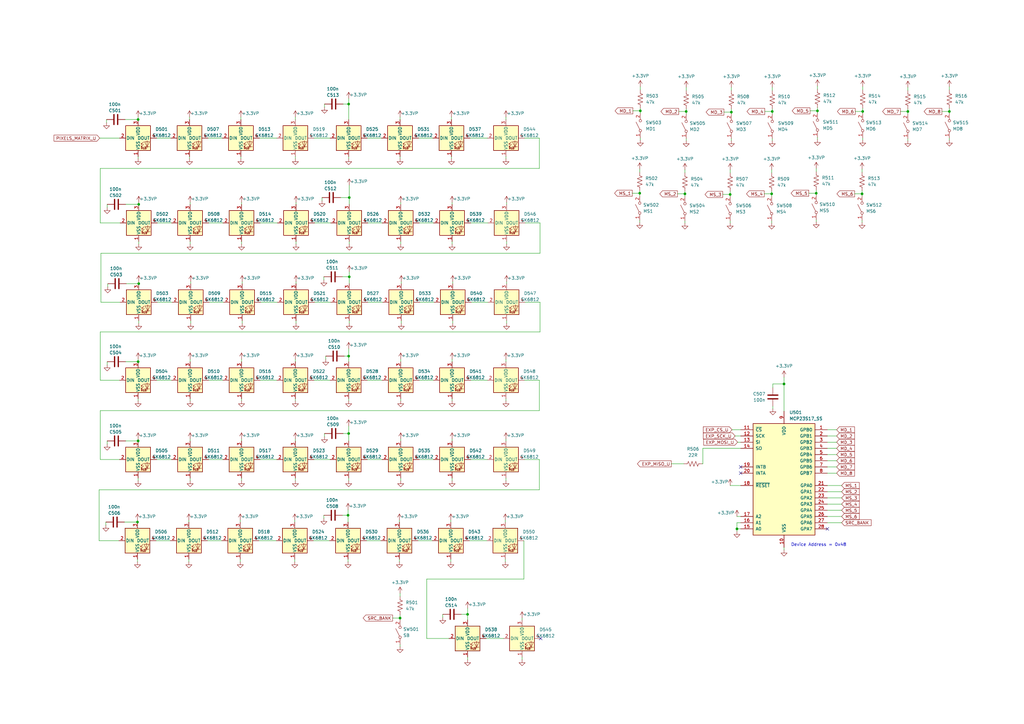
<source format=kicad_sch>
(kicad_sch (version 20231120) (generator "eeschema") (generator_version "8.0")
  (paper "A3")
  (junction (at 143.002 146.05))
  (junction (at 56.642 148.336))
  (junction (at 56.896 83.82))
  (junction (at 299.974 45.974))
  (junction (at 164.084 253.492))
  (junction (at 316.738 45.72))
  (junction (at 143.256 113.538))
  (junction (at 389.382 45.72))
  (junction (at 335.28 45.466))
  (junction (at 353.822 45.72))
  (junction (at 334.772 79.248))
  (junction (at 280.924 79.502))
  (junction (at 316.484 79.502))
  (junction (at 353.568 79.502))
  (junction (at 142.748 211.328))
  (junction (at 299.466 79.756))
  (junction (at 56.642 49.022))
  (junction (at 321.564 157.48))
  (junction (at 143.002 177.8))
  (junction (at 262.382 79.248))
  (junction (at 143.256 81.026))
  (junction (at 372.364 45.72))
  (junction (at 281.432 45.72))
  (junction (at 56.388 214.122))
  (junction (at 56.896 116.332))
  (junction (at 56.642 180.848))
  (junction (at 143.002 42.672))
  (junction (at 262.636 45.466))
  (junction (at 302.26 216.916))
  (junction (at 191.77 251.968))
  (no_connect (at 339.344 216.916))
  (no_connect (at 303.784 194.056))
  (no_connect (at 303.784 191.516))
  (no_connect (at 221.742 261.874))
  (wire (pts (xy 339.344 206.756) (xy 345.186 206.756)))
  (wire (pts (xy 193.04 155.956) (xy 199.898 155.956)))
  (wire (pts (xy 128.524 221.742) (xy 135.128 221.742)))
  (wire (pts (xy 64.516 123.952) (xy 70.612 123.952)))
  (wire (pts (xy 288.29 190.246) (xy 288.29 183.896)))
  (wire (pts (xy 316.738 44.704) (xy 316.738 45.72)))
  (wire (pts (xy 221.488 123.952) (xy 221.488 136.144)))
  (wire (pts (xy 339.344 176.276) (xy 343.154 176.276)))
  (wire (pts (xy 142.748 209.042) (xy 142.748 211.328)))
  (wire (pts (xy 280.924 69.596) (xy 280.924 70.866)))
  (wire (pts (xy 281.432 56.896) (xy 281.432 57.658)))
  (wire (pts (xy 85.598 188.468) (xy 91.44 188.468)))
  (wire (pts (xy 128.778 56.642) (xy 135.382 56.642)))
  (wire (pts (xy 132.08 81.026) (xy 132.08 82.296)))
  (wire (pts (xy 301.498 178.816) (xy 303.784 178.816)))
  (wire (pts (xy 316.738 35.814) (xy 316.738 37.084)))
  (wire (pts (xy 142.748 211.328) (xy 142.748 214.122)))
  (wire (pts (xy 171.958 188.468) (xy 177.8 188.468)))
  (wire (pts (xy 191.77 269.494) (xy 191.77 270.51)))
  (wire (pts (xy 51.054 214.122) (xy 56.388 214.122)))
  (wire (pts (xy 386.334 45.72) (xy 389.382 45.72)))
  (wire (pts (xy 339.344 183.896) (xy 343.154 183.896)))
  (wire (pts (xy 143.002 196.088) (xy 143.002 197.104)))
  (wire (pts (xy 207.518 48.006) (xy 207.518 49.022)))
  (wire (pts (xy 99.06 163.576) (xy 99.06 164.338)))
  (wire (pts (xy 78.232 115.57) (xy 78.232 116.332)))
  (wire (pts (xy 41.148 136.144) (xy 41.148 155.956)))
  (wire (pts (xy 41.402 123.952) (xy 49.276 123.952)))
  (wire (pts (xy 207.264 229.362) (xy 207.264 230.378)))
  (wire (pts (xy 40.894 56.642) (xy 49.022 56.642)))
  (wire (pts (xy 51.308 49.022) (xy 56.642 49.022)))
  (wire (pts (xy 280.924 78.486) (xy 280.924 79.502)))
  (wire (pts (xy 150.368 221.742) (xy 156.21 221.742)))
  (wire (pts (xy 133.604 146.05) (xy 133.604 147.32)))
  (wire (pts (xy 372.364 45.72) (xy 372.364 46.736)))
  (wire (pts (xy 221.234 155.956) (xy 221.234 168.402)))
  (wire (pts (xy 161.036 253.492) (xy 164.084 253.492)))
  (wire (pts (xy 339.344 188.976) (xy 343.154 188.976)))
  (wire (pts (xy 302.26 217.932) (xy 302.26 216.916)))
  (wire (pts (xy 143.256 131.572) (xy 143.256 132.588)))
  (wire (pts (xy 339.344 191.516) (xy 343.154 191.516)))
  (wire (pts (xy 353.568 78.232) (xy 353.568 79.502)))
  (wire (pts (xy 184.912 229.362) (xy 184.912 230.378)))
  (wire (pts (xy 335.28 56.388) (xy 335.28 57.15)))
  (wire (pts (xy 164.338 163.576) (xy 164.338 164.338)))
  (wire (pts (xy 143.256 81.026) (xy 143.256 83.82)))
  (wire (pts (xy 321.564 157.48) (xy 321.564 168.656)))
  (wire (pts (xy 339.344 209.296) (xy 345.186 209.296)))
  (wire (pts (xy 189.23 251.968) (xy 191.77 251.968)))
  (wire (pts (xy 121.158 196.088) (xy 121.158 197.104)))
  (wire (pts (xy 164.338 83.058) (xy 164.338 83.82)))
  (wire (pts (xy 64.262 188.468) (xy 70.358 188.468)))
  (wire (pts (xy 121.158 163.576) (xy 121.158 164.338)))
  (wire (pts (xy 132.842 113.538) (xy 132.842 114.808)))
  (wire (pts (xy 316.738 56.896) (xy 316.738 57.658)))
  (wire (pts (xy 77.978 83.058) (xy 77.978 83.82)))
  (wire (pts (xy 221.234 200.914) (xy 40.64 200.914)))
  (wire (pts (xy 51.562 83.82) (xy 56.896 83.82)))
  (wire (pts (xy 77.978 196.088) (xy 77.978 197.104)))
  (wire (pts (xy 215.138 56.642) (xy 221.234 56.642)))
  (wire (pts (xy 143.002 163.576) (xy 143.002 164.338)))
  (wire (pts (xy 185.166 64.262) (xy 185.166 65.024)))
  (wire (pts (xy 128.778 155.956) (xy 135.382 155.956)))
  (wire (pts (xy 221.234 56.642) (xy 221.234 69.088)))
  (wire (pts (xy 99.06 83.058) (xy 99.06 83.82)))
  (wire (pts (xy 99.06 147.32) (xy 99.06 148.336)))
  (wire (pts (xy 313.436 79.502) (xy 316.484 79.502)))
  (wire (pts (xy 299.974 45.974) (xy 299.974 46.736)))
  (wire (pts (xy 85.598 91.44) (xy 91.44 91.44)))
  (wire (pts (xy 335.28 44.196) (xy 335.28 45.466)))
  (wire (pts (xy 43.942 180.848) (xy 43.942 182.118)))
  (wire (pts (xy 43.942 83.82) (xy 43.942 85.09)))
  (wire (pts (xy 288.036 190.246) (xy 288.29 190.246)))
  (wire (pts (xy 41.148 168.402) (xy 41.148 188.468)))
  (wire (pts (xy 164.592 131.572) (xy 164.592 132.588)))
  (wire (pts (xy 334.772 90.17) (xy 334.772 90.932)))
  (wire (pts (xy 262.636 56.642) (xy 262.636 57.404)))
  (wire (pts (xy 99.06 99.06) (xy 99.06 100.076)))
  (wire (pts (xy 262.382 69.342) (xy 262.382 70.612)))
  (wire (pts (xy 143.256 99.06) (xy 143.256 100.076)))
  (wire (pts (xy 331.724 79.248) (xy 334.772 79.248)))
  (wire (pts (xy 339.344 194.056) (xy 343.154 194.056)))
  (wire (pts (xy 164.338 196.088) (xy 164.338 197.104)))
  (wire (pts (xy 164.338 99.06) (xy 164.338 100.076)))
  (wire (pts (xy 85.344 56.642) (xy 91.186 56.642)))
  (wire (pts (xy 150.622 188.468) (xy 156.718 188.468)))
  (wire (pts (xy 98.806 48.006) (xy 98.806 49.022)))
  (wire (pts (xy 51.562 180.848) (xy 56.642 180.848)))
  (wire (pts (xy 172.212 123.952) (xy 178.054 123.952)))
  (wire (pts (xy 316.484 69.596) (xy 316.484 70.866)))
  (wire (pts (xy 369.316 45.72) (xy 372.364 45.72)))
  (wire (pts (xy 339.344 199.136) (xy 345.186 199.136)))
  (wire (pts (xy 56.642 196.088) (xy 56.642 197.104)))
  (wire (pts (xy 207.772 131.572) (xy 207.772 132.588)))
  (wire (pts (xy 339.344 204.216) (xy 345.186 204.216)))
  (wire (pts (xy 85.852 123.952) (xy 91.694 123.952)))
  (wire (pts (xy 133.096 177.8) (xy 133.096 179.07)))
  (wire (pts (xy 207.772 99.06) (xy 207.772 100.076)))
  (wire (pts (xy 64.516 91.44) (xy 70.358 91.44)))
  (wire (pts (xy 143.256 113.538) (xy 143.256 116.332)))
  (wire (pts (xy 56.896 83.058) (xy 56.896 83.82)))
  (wire (pts (xy 335.28 45.466) (xy 335.28 46.228)))
  (wire (pts (xy 77.47 213.36) (xy 77.47 214.122)))
  (wire (pts (xy 184.912 213.36) (xy 184.912 214.122)))
  (wire (pts (xy 185.674 131.572) (xy 185.674 132.588)))
  (wire (pts (xy 56.388 229.362) (xy 56.388 230.378)))
  (wire (pts (xy 164.338 180.086) (xy 164.338 180.848)))
  (wire (pts (xy 288.29 183.896) (xy 303.784 183.896)))
  (wire (pts (xy 143.002 42.672) (xy 143.002 49.022)))
  (wire (pts (xy 299.466 199.136) (xy 303.784 199.136)))
  (wire (pts (xy 259.588 45.466) (xy 262.636 45.466)))
  (wire (pts (xy 262.382 79.248) (xy 262.382 80.264)))
  (wire (pts (xy 339.344 178.816) (xy 343.154 178.816)))
  (wire (pts (xy 56.896 99.06) (xy 56.896 100.076)))
  (wire (pts (xy 142.748 229.362) (xy 142.748 230.378)))
  (wire (pts (xy 280.924 79.502) (xy 280.924 80.518)))
  (wire (pts (xy 214.884 221.742) (xy 214.884 237.49)))
  (wire (pts (xy 191.77 249.428) (xy 191.77 251.968)))
  (wire (pts (xy 129.032 123.952) (xy 135.636 123.952)))
  (wire (pts (xy 77.978 99.06) (xy 77.978 100.076)))
  (wire (pts (xy 132.842 211.328) (xy 132.842 212.598)))
  (wire (pts (xy 334.772 79.248) (xy 334.772 80.01)))
  (wire (pts (xy 106.68 155.956) (xy 113.538 155.956)))
  (wire (pts (xy 321.564 224.536) (xy 321.564 225.552)))
  (wire (pts (xy 339.344 214.376) (xy 345.186 214.376)))
  (wire (pts (xy 207.518 196.088) (xy 207.518 197.104)))
  (wire (pts (xy 262.636 35.56) (xy 262.636 36.83)))
  (wire (pts (xy 214.122 253.492) (xy 214.122 254.254)))
  (wire (pts (xy 353.568 69.342) (xy 353.568 70.612)))
  (wire (pts (xy 77.724 48.006) (xy 77.724 49.022)))
  (wire (pts (xy 143.002 40.386) (xy 143.002 42.672)))
  (wire (pts (xy 299.974 35.814) (xy 299.974 37.084)))
  (wire (pts (xy 185.42 163.576) (xy 185.42 164.338)))
  (wire (pts (xy 207.518 163.576) (xy 207.518 164.338)))
  (wire (pts (xy 185.166 48.006) (xy 185.166 49.022)))
  (wire (pts (xy 99.314 115.57) (xy 99.314 116.332)))
  (wire (pts (xy 215.392 123.952) (xy 221.488 123.952)))
  (wire (pts (xy 299.466 79.756) (xy 299.466 80.518)))
  (wire (pts (xy 192.532 221.742) (xy 199.644 221.742)))
  (wire (pts (xy 41.148 188.468) (xy 49.022 188.468)))
  (wire (pts (xy 171.704 56.642) (xy 177.546 56.642)))
  (wire (pts (xy 171.958 155.956) (xy 177.8 155.956)))
  (wire (pts (xy 56.896 115.57) (xy 56.896 116.332)))
  (wire (pts (xy 41.148 155.956) (xy 49.022 155.956)))
  (wire (pts (xy 128.778 188.468) (xy 135.382 188.468)))
  (wire (pts (xy 51.816 116.332) (xy 56.896 116.332)))
  (wire (pts (xy 353.568 90.424) (xy 353.568 91.186)))
  (wire (pts (xy 389.382 56.642) (xy 389.382 57.404)))
  (wire (pts (xy 215.138 155.956) (xy 221.234 155.956)))
  (wire (pts (xy 98.552 229.362) (xy 98.552 230.378)))
  (wire (pts (xy 191.77 251.968) (xy 191.77 254.254)))
  (wire (pts (xy 339.344 186.436) (xy 343.154 186.436)))
  (wire (pts (xy 181.61 251.968) (xy 181.61 253.238)))
  (wire (pts (xy 185.674 115.57) (xy 185.674 116.332)))
  (wire (pts (xy 121.412 131.572) (xy 121.412 132.588)))
  (wire (pts (xy 77.978 147.32) (xy 77.978 148.336)))
  (wire (pts (xy 64.262 56.642) (xy 70.104 56.642)))
  (wire (pts (xy 150.876 91.44) (xy 156.718 91.44)))
  (wire (pts (xy 353.568 79.502) (xy 353.568 80.264)))
  (wire (pts (xy 185.42 196.088) (xy 185.42 197.104)))
  (wire (pts (xy 143.002 143.002) (xy 143.002 146.05)))
  (wire (pts (xy 316.484 90.678) (xy 316.484 91.44)))
  (wire (pts (xy 121.412 99.06) (xy 121.412 100.076)))
  (wire (pts (xy 64.262 155.956) (xy 70.358 155.956)))
  (wire (pts (xy 262.636 44.45) (xy 262.636 45.466)))
  (wire (pts (xy 164.084 64.262) (xy 164.084 65.024)))
  (wire (pts (xy 299.466 78.486) (xy 299.466 79.756)))
  (wire (pts (xy 164.592 115.57) (xy 164.592 116.332)))
  (wire (pts (xy 41.148 91.44) (xy 49.276 91.44)))
  (wire (pts (xy 164.084 252.222) (xy 164.084 253.492)))
  (wire (pts (xy 389.382 35.56) (xy 389.382 36.83)))
  (wire (pts (xy 139.7 81.026) (xy 143.256 81.026)))
  (wire (pts (xy 221.234 188.468) (xy 221.234 200.914)))
  (wire (pts (xy 334.772 77.978) (xy 334.772 79.248)))
  (wire (pts (xy 56.642 163.576) (xy 56.642 164.338)))
  (wire (pts (xy 339.344 181.356) (xy 343.154 181.356)))
  (wire (pts (xy 43.434 214.122) (xy 43.434 215.392)))
  (wire (pts (xy 77.978 180.086) (xy 77.978 180.848)))
  (wire (pts (xy 163.83 213.36) (xy 163.83 214.122)))
  (wire (pts (xy 99.314 131.572) (xy 99.314 132.588)))
  (wire (pts (xy 302.26 216.916) (xy 303.784 216.916)))
  (wire (pts (xy 163.83 229.362) (xy 163.83 230.378)))
  (wire (pts (xy 143.256 111.506) (xy 143.256 113.538)))
  (wire (pts (xy 150.622 155.956) (xy 156.718 155.956)))
  (wire (pts (xy 51.562 148.336) (xy 56.642 148.336)))
  (wire (pts (xy 215.392 91.44) (xy 221.488 91.44)))
  (wire (pts (xy 41.148 69.088) (xy 41.148 91.44)))
  (wire (pts (xy 313.69 45.72) (xy 316.738 45.72)))
  (wire (pts (xy 143.002 146.05) (xy 143.002 148.336)))
  (wire (pts (xy 98.806 64.262) (xy 98.806 65.024)))
  (wire (pts (xy 334.772 69.088) (xy 334.772 70.358)))
  (wire (pts (xy 316.992 159.004) (xy 316.992 157.48)))
  (wire (pts (xy 98.552 213.36) (xy 98.552 214.122)))
  (wire (pts (xy 262.382 90.424) (xy 262.382 91.186)))
  (wire (pts (xy 299.466 69.596) (xy 299.466 70.866)))
  (wire (pts (xy 171.958 91.44) (xy 177.8 91.44)))
  (wire (pts (xy 43.942 148.336) (xy 43.942 149.606)))
  (wire (pts (xy 207.518 64.262) (xy 207.518 65.024)))
  (wire (pts (xy 140.462 211.328) (xy 142.748 211.328)))
  (wire (pts (xy 262.382 78.232) (xy 262.382 79.248)))
  (wire (pts (xy 141.224 146.05) (xy 143.002 146.05)))
  (wire (pts (xy 207.772 115.57) (xy 207.772 116.332)))
  (wire (pts (xy 389.382 44.45) (xy 389.382 45.72)))
  (wire (pts (xy 40.64 221.742) (xy 48.768 221.742)))
  (wire (pts (xy 56.642 64.262) (xy 56.642 65.024)))
  (wire (pts (xy 214.884 237.49) (xy 175.006 237.49)))
  (wire (pts (xy 121.158 147.32) (xy 121.158 148.336)))
  (wire (pts (xy 185.42 147.32) (xy 185.42 148.336)))
  (wire (pts (xy 221.488 103.886) (xy 41.402 103.886)))
  (wire (pts (xy 316.738 45.72) (xy 316.738 46.736)))
  (wire (pts (xy 193.04 188.468) (xy 199.898 188.468)))
  (wire (pts (xy 143.002 174.752) (xy 143.002 177.8)))
  (wire (pts (xy 106.426 56.642) (xy 113.538 56.642)))
  (wire (pts (xy 353.822 56.642) (xy 353.822 57.404)))
  (wire (pts (xy 164.084 264.414) (xy 164.084 265.176)))
  (wire (pts (xy 221.488 136.144) (xy 41.148 136.144)))
  (wire (pts (xy 299.974 56.896) (xy 299.974 57.658)))
  (wire (pts (xy 64.008 221.742) (xy 69.85 221.742)))
  (wire (pts (xy 389.382 45.72) (xy 389.382 46.482)))
  (wire (pts (xy 175.006 261.874) (xy 184.15 261.874)))
  (wire (pts (xy 56.642 147.32) (xy 56.642 148.336)))
  (wire (pts (xy 296.418 79.756) (xy 299.466 79.756)))
  (wire (pts (xy 77.724 64.262) (xy 77.724 65.024)))
  (wire (pts (xy 56.642 180.086) (xy 56.642 180.848)))
  (wire (pts (xy 164.084 48.006) (xy 164.084 49.022)))
  (wire (pts (xy 296.926 45.974) (xy 299.974 45.974)))
  (wire (pts (xy 164.084 253.492) (xy 164.084 254.254)))
  (wire (pts (xy 121.412 83.058) (xy 121.412 83.82)))
  (wire (pts (xy 353.822 45.72) (xy 353.822 46.482)))
  (wire (pts (xy 133.096 42.672) (xy 133.096 43.942)))
  (wire (pts (xy 332.232 45.466) (xy 335.28 45.466)))
  (wire (pts (xy 106.68 91.44) (xy 113.792 91.44)))
  (wire (pts (xy 85.09 221.742) (xy 90.932 221.742)))
  (wire (pts (xy 207.264 213.36) (xy 207.264 214.122)))
  (wire (pts (xy 350.52 79.502) (xy 353.568 79.502)))
  (wire (pts (xy 277.876 79.502) (xy 280.924 79.502)))
  (wire (pts (xy 185.42 99.06) (xy 185.42 100.076)))
  (wire (pts (xy 171.45 221.742) (xy 177.292 221.742)))
  (wire (pts (xy 300.228 176.276) (xy 303.784 176.276)))
  (wire (pts (xy 302.514 181.356) (xy 303.784 181.356)))
  (wire (pts (xy 56.896 131.572) (xy 56.896 132.588)))
  (wire (pts (xy 175.006 237.49) (xy 175.006 261.874)))
  (wire (pts (xy 207.518 180.086) (xy 207.518 180.848)))
  (wire (pts (xy 121.158 48.006) (xy 121.158 49.022)))
  (wire (pts (xy 193.294 123.952) (xy 200.152 123.952)))
  (wire (pts (xy 302.26 211.836) (xy 303.784 211.836)))
  (wire (pts (xy 150.622 56.642) (xy 156.464 56.642)))
  (wire (pts (xy 129.032 91.44) (xy 135.636 91.44)))
  (wire (pts (xy 143.256 75.946) (xy 143.256 81.026)))
  (wire (pts (xy 77.47 229.362) (xy 77.47 230.378)))
  (wire (pts (xy 316.992 157.48) (xy 321.564 157.48)))
  (wire (pts (xy 78.232 131.572) (xy 78.232 132.588)))
  (wire (pts (xy 140.462 113.538) (xy 143.256 113.538)))
  (wire (pts (xy 278.384 45.72) (xy 281.432 45.72)))
  (wire (pts (xy 185.42 83.058) (xy 185.42 83.82)))
  (wire (pts (xy 302.26 214.376) (xy 303.784 214.376)))
  (wire (pts (xy 99.06 196.088) (xy 99.06 197.104)))
  (wire (pts (xy 185.42 180.086) (xy 185.42 180.848)))
  (wire (pts (xy 281.432 35.814) (xy 281.432 37.084)))
  (wire (pts (xy 106.172 221.742) (xy 113.284 221.742)))
  (wire (pts (xy 350.774 45.72) (xy 353.822 45.72)))
  (wire (pts (xy 121.412 115.57) (xy 121.412 116.332)))
  (wire (pts (xy 40.64 200.914) (xy 40.64 221.742)))
  (wire (pts (xy 280.924 90.678) (xy 280.924 91.44)))
  (wire (pts (xy 143.002 177.8) (xy 143.002 180.848)))
  (wire (pts (xy 99.06 180.086) (xy 99.06 180.848)))
  (wire (pts (xy 41.402 103.886) (xy 41.402 123.952)))
  (wire (pts (xy 316.992 166.624) (xy 316.992 167.64)))
  (wire (pts (xy 140.716 177.8) (xy 143.002 177.8)))
  (wire (pts (xy 215.138 188.468) (xy 221.234 188.468)))
  (wire (pts (xy 259.334 79.248) (xy 262.382 79.248)))
  (wire (pts (xy 353.822 35.56) (xy 353.822 36.83)))
  (wire (pts (xy 316.484 79.502) (xy 316.484 80.518)))
  (wire (pts (xy 140.716 42.672) (xy 143.002 42.672)))
  (wire (pts (xy 339.344 211.836) (xy 345.186 211.836)))
  (wire (pts (xy 275.336 190.246) (xy 280.416 190.246)))
  (wire (pts (xy 281.432 44.704) (xy 281.432 45.72)))
  (wire (pts (xy 372.364 56.896) (xy 372.364 57.658)))
  (wire (pts (xy 85.598 155.956) (xy 91.44 155.956)))
  (wire (pts (xy 372.364 44.704) (xy 372.364 45.72)))
  (wire (pts (xy 207.772 83.058) (xy 207.772 83.82)))
  (wire (pts (xy 120.904 213.36) (xy 120.904 214.122)))
  (wire (pts (xy 353.822 44.45) (xy 353.822 45.72)))
  (wire (pts (xy 372.364 35.814) (xy 372.364 37.084)))
  (wire (pts (xy 221.488 91.44) (xy 221.488 103.886)))
  (wire (pts (xy 302.26 216.916) (xy 302.26 214.376)))
  (wire (pts (xy 221.234 69.088) (xy 41.148 69.088)))
  (wire (pts (xy 339.344 201.676) (xy 345.186 201.676)))
  (wire (pts (xy 150.876 123.952) (xy 156.972 123.952)))
  (wire (pts (xy 316.484 78.486) (xy 316.484 79.502)))
  (wire (pts (xy 335.28 35.306) (xy 335.28 36.576)))
  (wire (pts (xy 121.158 64.262) (xy 121.158 65.024)))
  (wire (pts (xy 299.974 44.704) (xy 299.974 45.974)))
  (wire (pts (xy 207.518 147.32) (xy 207.518 148.336)))
  (wire (pts (xy 221.234 168.402) (xy 41.148 168.402)))
  (wire (pts (xy 262.636 45.466) (xy 262.636 46.482)))
  (wire (pts (xy 106.68 188.468) (xy 113.538 188.468)))
  (wire (pts (xy 199.39 261.874) (xy 206.502 261.874)))
  (wire (pts (xy 321.564 154.686) (xy 321.564 157.48)))
  (wire (pts (xy 214.122 269.494) (xy 214.122 270.51)))
  (wire (pts (xy 121.158 180.086) (xy 121.158 180.848)))
  (wire (pts (xy 77.978 163.576) (xy 77.978 164.338)))
  (wire (pts (xy 143.002 64.262) (xy 143.002 65.024)))
  (wire (pts (xy 44.196 116.332) (xy 44.196 117.602)))
  (wire (pts (xy 56.388 213.36) (xy 56.388 214.122)))
  (wire (pts (xy 281.432 45.72) (xy 281.432 46.736)))
  (wire (pts (xy 164.084 243.332) (xy 164.084 244.602)))
  (wire (pts (xy 120.904 229.362) (xy 120.904 230.378)))
  (wire (pts (xy 299.466 90.678) (xy 299.466 91.44)))
  (wire (pts (xy 192.786 56.642) (xy 199.898 56.642)))
  (wire (pts (xy 193.04 91.44) (xy 200.152 91.44)))
  (wire (pts (xy 164.338 147.32) (xy 164.338 148.336)))
  (wire (pts (xy 56.642 48.006) (xy 56.642 49.022)))
  (wire (pts (xy 43.688 49.022) (xy 43.688 50.292)))
  (wire (pts (xy 106.934 123.952) (xy 113.792 123.952)))
  (text "Device Address = 0x48" (at 335.788 223.52 0) (effects (font (size 1.27 1.27))))
  (global_label "EXP_MOSI_U" (shape input) (at 302.514 181.356 180) (property "Intersheetrefs" "${INTERSHEET_REFS}" (effects (hide yes))))
  (global_label "MD_8" (shape input) (at 343.154 194.056 0) (property "Intersheetrefs" "${INTERSHEET_REFS}" (effects (hide yes))))
  (global_label "MD_6" (shape input) (at 343.154 188.976 0) (property "Intersheetrefs" "${INTERSHEET_REFS}" (effects (hide yes))))
  (global_label "MS_3" (shape output) (at 296.418 79.756 180) (property "Intersheetrefs" "${INTERSHEET_REFS}" (effects (hide yes))))
  (global_label "MD_7" (shape input) (at 343.154 191.516 0) (property "Intersheetrefs" "${INTERSHEET_REFS}" (effects (hide yes))))
  (global_label "MD_3" (shape input) (at 343.154 181.356 0) (property "Intersheetrefs" "${INTERSHEET_REFS}" (effects (hide yes))))
  (global_label "MD_1" (shape input) (at 343.154 176.276 0) (property "Intersheetrefs" "${INTERSHEET_REFS}" (effects (hide yes))))
  (global_label "MS_2" (shape output) (at 277.876 79.502 180) (property "Intersheetrefs" "${INTERSHEET_REFS}" (effects (hide yes))))
  (global_label "MS_3" (shape input) (at 345.186 204.216 0) (property "Intersheetrefs" "${INTERSHEET_REFS}" (effects (hide yes))))
  (global_label "MS_5" (shape output) (at 331.724 79.248 180) (property "Intersheetrefs" "${INTERSHEET_REFS}" (effects (hide yes))))
  (global_label "PIXELS_MATRIX_U" (shape input) (at 40.894 56.642 180) (property "Intersheetrefs" "${INTERSHEET_REFS}" (effects (hide yes))))
  (global_label "MD_1" (shape output) (at 259.588 45.466 180) (property "Intersheetrefs" "${INTERSHEET_REFS}" (effects (hide yes))))
  (global_label "MD_5" (shape output) (at 332.232 45.466 180) (property "Intersheetrefs" "${INTERSHEET_REFS}" (effects (hide yes))))
  (global_label "MD_8" (shape output) (at 386.334 45.72 180) (property "Intersheetrefs" "${INTERSHEET_REFS}" (effects (hide yes))))
  (global_label "MS_1" (shape input) (at 345.186 199.136 0) (property "Intersheetrefs" "${INTERSHEET_REFS}" (effects (hide yes))))
  (global_label "MS_6" (shape output) (at 350.52 79.502 180) (property "Intersheetrefs" "${INTERSHEET_REFS}" (effects (hide yes))))
  (global_label "MS_2" (shape input) (at 345.186 201.676 0) (property "Intersheetrefs" "${INTERSHEET_REFS}" (effects (hide yes))))
  (global_label "MD_2" (shape input) (at 343.154 178.816 0) (property "Intersheetrefs" "${INTERSHEET_REFS}" (effects (hide yes))))
  (global_label "MS_4" (shape input) (at 345.186 206.756 0) (property "Intersheetrefs" "${INTERSHEET_REFS}" (effects (hide yes))))
  (global_label "MS_4" (shape output) (at 313.436 79.502 180) (property "Intersheetrefs" "${INTERSHEET_REFS}" (effects (hide yes))))
  (global_label "SRC_BANK" (shape input) (at 345.186 214.376 0) (property "Intersheetrefs" "${INTERSHEET_REFS}" (effects (hide yes))))
  (global_label "MD_4" (shape input) (at 343.154 183.896 0) (property "Intersheetrefs" "${INTERSHEET_REFS}" (effects (hide yes))))
  (global_label "EXP_CS_U" (shape input) (at 300.228 176.276 180) (property "Intersheetrefs" "${INTERSHEET_REFS}" (effects (hide yes))))
  (global_label "MD_4" (shape output) (at 313.69 45.72 180) (property "Intersheetrefs" "${INTERSHEET_REFS}" (effects (hide yes))))
  (global_label "MD_6" (shape output) (at 350.774 45.72 180) (property "Intersheetrefs" "${INTERSHEET_REFS}" (effects (hide yes))))
  (global_label "EXP_SCK_U" (shape input) (at 301.498 178.816 180) (property "Intersheetrefs" "${INTERSHEET_REFS}" (effects (hide yes))))
  (global_label "MD_5" (shape input) (at 343.154 186.436 0) (property "Intersheetrefs" "${INTERSHEET_REFS}" (effects (hide yes))))
  (global_label "MS_1" (shape output) (at 259.334 79.248 180) (property "Intersheetrefs" "${INTERSHEET_REFS}" (effects (hide yes))))
  (global_label "MD_7" (shape output) (at 369.316 45.72 180) (property "Intersheetrefs" "${INTERSHEET_REFS}" (effects (hide yes))))
  (global_label "MS_5" (shape input) (at 345.186 209.296 0) (property "Intersheetrefs" "${INTERSHEET_REFS}" (effects (hide yes))))
  (global_label "EXP_MISO_U" (shape output) (at 275.336 190.246 180) (property "Intersheetrefs" "${INTERSHEET_REFS}" (effects (hide yes))))
  (global_label "MD_3" (shape output) (at 296.926 45.974 180) (property "Intersheetrefs" "${INTERSHEET_REFS}" (effects (hide yes))))
  (global_label "MS_6" (shape input) (at 345.186 211.836 0) (property "Intersheetrefs" "${INTERSHEET_REFS}" (effects (hide yes))))
  (global_label "MD_2" (shape output) (at 278.384 45.72 180) (property "Intersheetrefs" "${INTERSHEET_REFS}" (effects (hide yes))))
  (global_label "SRC_BANK" (shape output) (at 161.036 253.492 180) (property "Intersheetrefs" "${INTERSHEET_REFS}" (effects (hide yes))))
  (symbol (lib_id "power:+3.3V") (at 99.06 180.086 0) (unit 1)
    (property "Reference" "#PWR0544" (effects (hide yes)))
    (property "Value" "+3.3VP" (at 102.997 178.562 0))
  )
  (symbol (lib_id "LED:SK6812") (at 98.806 56.642 0) (unit 1)
    (property "Reference" "D513" (at 108.458 52.9941 0))
    (property "Value" "SK6812" (at 108.458 55.5341 0))
    (property "Footprint" "LED_SMD:LED_SK6812_PLCC4_5.0x5.0mm_P3.2mm" (effects (hide yes)))
    (property "Datasheet" "https://cdn-shop.adafruit.com/product-files/1138/SK6812+LED+datasheet+.pdf" (effects (hide yes)))
  )
  (symbol (lib_id "Device:C") (at 136.906 42.672 90) (mirror x) (unit 1)
    (property "Reference" "C513" (at 133.985 38.989 90) (effects (justify right)))
    (property "Value" "100n" (at 133.985 36.449 90) (effects (justify right)))
    (property "Footprint" "Capacitor_SMD:C_0805_2012Metric" (effects (hide yes)))
  )
  (symbol (lib_id "power:+3.3V") (at 164.338 147.32 0) (unit 1)
    (property "Reference" "#PWR0578" (effects (hide yes)))
    (property "Value" "+3.3VP" (at 168.275 145.796 0))
  )
  (symbol (lib_id "power:GND") (at 143.256 100.076 0) (unit 1)
    (property "Reference" "#PWR0563" (effects (hide yes)))
    (property "Value" "GNDA" (effects (hide yes)))
  )
  (symbol (lib_id "power:GND") (at 280.924 91.44 0) (unit 1)
    (property "Reference" "#PWR0619" (effects (hide yes)))
    (property "Value" "GNDA" (effects (hide yes)))
  )
  (symbol (lib_id "power:GND") (at 56.388 230.378 0) (unit 1)
    (property "Reference" "#PWR0523" (effects (hide yes)))
    (property "Value" "GNDA" (effects (hide yes)))
  )
  (symbol (lib_id "power:+3.3V") (at 302.26 211.836 0) (unit 1)
    (property "Reference" "#PWR0627" (effects (hide yes)))
    (property "Value" "+3.3VP" (at 297.688 210.312 0))
  )
  (symbol (lib_id "power:GND") (at 262.636 57.404 0) (unit 1)
    (property "Reference" "#PWR0617" (effects (hide yes)))
    (property "Value" "GNDA" (effects (hide yes)))
  )
  (symbol (lib_id "power:GND") (at 99.314 132.588 0) (unit 1)
    (property "Reference" "#PWR0541" (effects (hide yes)))
    (property "Value" "GNDA" (effects (hide yes)))
  )
  (symbol (lib_id "Device:C") (at 47.498 49.022 90) (mirror x) (unit 1)
    (property "Reference" "C501" (at 44.577 45.339 90) (effects (justify right)))
    (property "Value" "100n" (at 44.577 42.799 90) (effects (justify right)))
    (property "Footprint" "Capacitor_SMD:C_0805_2012Metric" (effects (hide yes)))
  )
  (symbol (lib_id "LED:SK6812") (at 77.978 155.956 0) (unit 1)
    (property "Reference" "D510" (at 87.63 152.3081 0))
    (property "Value" "SK6812" (at 87.63 154.8481 0))
    (property "Footprint" "LED_SMD:LED_SK6812_PLCC4_5.0x5.0mm_P3.2mm" (effects (hide yes)))
    (property "Datasheet" "https://cdn-shop.adafruit.com/product-files/1138/SK6812+LED+datasheet+.pdf" (effects (hide yes)))
  )
  (symbol (lib_id "power:GND") (at 207.518 65.024 0) (unit 1)
    (property "Reference" "#PWR0601" (effects (hide yes)))
    (property "Value" "GNDA" (effects (hide yes)))
  )
  (symbol (lib_id "LED:SK6812") (at 121.158 188.468 0) (unit 1)
    (property "Reference" "D523" (at 130.81 184.8201 0))
    (property "Value" "SK6812" (at 130.81 187.3601 0))
    (property "Footprint" "LED_SMD:LED_SK6812_PLCC4_5.0x5.0mm_P3.2mm" (effects (hide yes)))
    (property "Datasheet" "https://cdn-shop.adafruit.com/product-files/1138/SK6812+LED+datasheet+.pdf" (effects (hide yes)))
  )
  (symbol (lib_id "Device:R_US") (at 334.772 74.168 0) (unit 1)
    (property "Reference" "R511" (at 337.058 72.898 0) (effects (justify left)))
    (property "Value" "47k" (at 337.058 75.438 0) (effects (justify left)))
    (property "Footprint" "Resistor_SMD:R_0805_2012Metric" (effects (hide yes)))
  )
  (symbol (lib_id "power:GND") (at 56.896 132.588 0) (unit 1)
    (property "Reference" "#PWR0517" (effects (hide yes)))
    (property "Value" "GNDA" (effects (hide yes)))
  )
  (symbol (lib_id "power:+3.3V") (at 143.256 75.946 0) (unit 1)
    (property "Reference" "#PWR0562" (effects (hide yes)))
    (property "Value" "+3.3VP" (at 147.193 74.422 0))
  )
  (symbol (lib_id "power:GND") (at 77.724 65.024 0) (unit 1)
    (property "Reference" "#PWR0525" (effects (hide yes)))
    (property "Value" "GNDA" (effects (hide yes)))
  )
  (symbol (lib_id "power:+3.3V") (at 207.772 83.058 0) (unit 1)
    (property "Reference" "#PWR0604" (effects (hide yes)))
    (property "Value" "+3.3VP" (at 211.709 81.534 0))
  )
  (symbol (lib_id "Device:C") (at 316.992 162.814 0) (unit 1)
    (property "Reference" "C507" (at 313.944 161.544 0) (effects (justify right)))
    (property "Value" "100n" (at 313.944 164.084 0) (effects (justify right)))
    (property "Footprint" "Capacitor_SMD:C_0805_2012Metric" (effects (hide yes)))
  )
  (symbol (lib_id "power:GND") (at 353.568 91.186 0) (unit 1)
    (property "Reference" "#PWR0641" (effects (hide yes)))
    (property "Value" "GNDA" (effects (hide yes)))
  )
  (symbol (lib_id "power:+3.3V") (at 207.772 115.57 0) (unit 1)
    (property "Reference" "#PWR0606" (effects (hide yes)))
    (property "Value" "+3.3VP" (at 211.709 114.046 0))
  )
  (symbol (lib_id "power:GND") (at 121.158 197.104 0) (unit 1)
    (property "Reference" "#PWR0557" (effects (hide yes)))
    (property "Value" "GNDA" (effects (hide yes)))
  )
  (symbol (lib_id "Device:R_US") (at 316.484 74.676 0) (unit 1)
    (property "Reference" "R509" (at 318.77 73.406 0) (effects (justify left)))
    (property "Value" "47k" (at 318.77 75.946 0) (effects (justify left)))
    (property "Footprint" "Resistor_SMD:R_0805_2012Metric" (effects (hide yes)))
  )
  (symbol (lib_id "power:GND") (at 207.518 164.338 0) (unit 1)
    (property "Reference" "#PWR0609" (effects (hide yes)))
    (property "Value" "GNDA" (effects (hide yes)))
  )
  (symbol (lib_id "power:GND") (at 321.564 225.552 0) (unit 1)
    (property "Reference" "#PWR0635" (effects (hide yes)))
    (property "Value" "GNDA" (effects (hide yes)))
  )
  (symbol (lib_id "power:+3.3V") (at 56.896 83.058 0) (unit 1)
    (property "Reference" "#PWR0514" (effects (hide yes)))
    (property "Value" "+3.3VP" (at 60.833 81.534 0))
  )
  (symbol (lib_id "power:+3.3V") (at 78.232 115.57 0) (unit 1)
    (property "Reference" "#PWR0528" (effects (hide yes)))
    (property "Value" "+3.3VP" (at 82.169 114.046 0))
  )
  (symbol (lib_id "power:GND") (at 121.412 100.076 0) (unit 1)
    (property "Reference" "#PWR0551" (effects (hide yes)))
    (property "Value" "GNDA" (effects (hide yes)))
  )
  (symbol (lib_id "LED:SK6812") (at 185.42 188.468 0) (unit 1)
    (property "Reference" "D542" (at 195.072 184.8201 0))
    (property "Value" "SK6812" (at 195.072 187.3601 0))
    (property "Footprint" "LED_SMD:LED_SK6812_PLCC4_5.0x5.0mm_P3.2mm" (effects (hide yes)))
    (property "Datasheet" "https://cdn-shop.adafruit.com/product-files/1138/SK6812+LED+datasheet+.pdf" (effects (hide yes)))
  )
  (symbol (lib_id "LED:SK6812") (at 56.642 56.642 0) (unit 1)
    (property "Reference" "D501" (at 66.294 52.9941 0))
    (property "Value" "SK6812" (at 66.294 55.5341 0))
    (property "Footprint" "LED_SMD:LED_SK6812_PLCC4_5.0x5.0mm_P3.2mm" (effects (hide yes)))
    (property "Datasheet" "https://cdn-shop.adafruit.com/product-files/1138/SK6812+LED+datasheet+.pdf" (effects (hide yes)))
  )
  (symbol (lib_id "Switch:SW_SPST") (at 262.636 51.562 90) (unit 1)
    (property "Reference" "SW503" (at 264.795 50.292 90) (effects (justify right)))
    (property "Value" "MD1" (at 264.795 52.832 90) (effects (justify right)))
    (property "Footprint" "Button_Switch_THT:SW_PUSH_6mm" (effects (hide yes)))
  )
  (symbol (lib_id "Switch:SW_SPST") (at 335.28 51.308 90) (unit 1)
    (property "Reference" "SW511" (at 337.439 50.038 90) (effects (justify right)))
    (property "Value" "MD5" (at 337.439 52.578 90) (effects (justify right)))
    (property "Footprint" "Button_Switch_THT:SW_PUSH_6mm" (effects (hide yes)))
  )
  (symbol (lib_id "power:+3.3V") (at 164.338 180.086 0) (unit 1)
    (property "Reference" "#PWR0580" (effects (hide yes)))
    (property "Value" "+3.3VP" (at 168.275 178.562 0))
  )
  (symbol (lib_id "power:GND") (at 299.974 57.658 0) (unit 1)
    (property "Reference" "#PWR0626" (effects (hide yes)))
    (property "Value" "GNDA" (effects (hide yes)))
  )
  (symbol (lib_id "power:GND") (at 77.978 164.338 0) (unit 1)
    (property "Reference" "#PWR0531" (effects (hide yes)))
    (property "Value" "GNDA" (effects (hide yes)))
  )
  (symbol (lib_id "power:+3.3V") (at 335.28 35.306 0) (unit 1)
    (property "Reference" "#PWR0638" (effects (hide yes)))
    (property "Value" "+3.3VP" (at 335.28 30.861 0))
  )
  (symbol (lib_id "power:GND") (at 77.978 197.104 0) (unit 1)
    (property "Reference" "#PWR0533" (effects (hide yes)))
    (property "Value" "GNDA" (effects (hide yes)))
  )
  (symbol (lib_id "LED:SK6812") (at 185.674 123.952 0) (unit 1)
    (property "Reference" "D540" (at 195.326 120.3041 0))
    (property "Value" "SK6812" (at 195.326 122.8441 0))
    (property "Footprint" "LED_SMD:LED_SK6812_PLCC4_5.0x5.0mm_P3.2mm" (effects (hide yes)))
    (property "Datasheet" "https://cdn-shop.adafruit.com/product-files/1138/SK6812+LED+datasheet+.pdf" (effects (hide yes)))
  )
  (symbol (lib_id "power:GND") (at 78.232 132.588 0) (unit 1)
    (property "Reference" "#PWR0529" (effects (hide yes)))
    (property "Value" "GNDA" (effects (hide yes)))
  )
  (symbol (lib_id "power:+3.3V") (at 121.158 180.086 0) (unit 1)
    (property "Reference" "#PWR0556" (effects (hide yes)))
    (property "Value" "+3.3VP" (at 125.095 178.562 0))
  )
  (symbol (lib_id "Device:C") (at 47.752 83.82 90) (mirror x) (unit 1)
    (property "Reference" "C502" (at 44.831 80.137 90) (effects (justify right)))
    (property "Value" "100n" (at 44.831 77.597 90) (effects (justify right)))
    (property "Footprint" "Capacitor_SMD:C_0805_2012Metric" (effects (hide yes)))
  )
  (symbol (lib_id "power:GND") (at 191.77 270.51 0) (unit 1)
    (property "Reference" "#PWR0589" (effects (hide yes)))
    (property "Value" "GNDA" (effects (hide yes)))
  )
  (symbol (lib_id "LED:SK6812") (at 121.412 91.44 0) (unit 1)
    (property "Reference" "D520" (at 131.064 87.7921 0))
    (property "Value" "SK6812" (at 131.064 90.3321 0))
    (property "Footprint" "LED_SMD:LED_SK6812_PLCC4_5.0x5.0mm_P3.2mm" (effects (hide yes)))
    (property "Datasheet" "https://cdn-shop.adafruit.com/product-files/1138/SK6812+LED+datasheet+.pdf" (effects (hide yes)))
  )
  (symbol (lib_id "power:+3.3V") (at 56.642 48.006 0) (unit 1)
    (property "Reference" "#PWR0512" (effects (hide yes)))
    (property "Value" "+3.3VP" (at 60.579 46.482 0))
  )
  (symbol (lib_id "power:GND") (at 316.738 57.658 0) (unit 1)
    (property "Reference" "#PWR0632" (effects (hide yes)))
    (property "Value" "GNDA" (effects (hide yes)))
  )
  (symbol (lib_id "power:GND") (at 207.772 132.588 0) (unit 1)
    (property "Reference" "#PWR0607" (effects (hide yes)))
    (property "Value" "GNDA" (effects (hide yes)))
  )
  (symbol (lib_id "power:+3.3V") (at 353.568 69.342 0) (unit 1)
    (property "Reference" "#PWR0640" (effects (hide yes)))
    (property "Value" "+3.3VP" (at 353.568 64.897 0))
  )
  (symbol (lib_id "Device:C") (at 47.244 214.122 90) (mirror x) (unit 1)
    (property "Reference" "C506" (at 44.323 210.439 90) (effects (justify right)))
    (property "Value" "100n" (at 44.323 207.899 90) (effects (justify right)))
    (property "Footprint" "Capacitor_SMD:C_0805_2012Metric" (effects (hide yes)))
  )
  (symbol (lib_id "Device:C") (at 47.752 180.848 90) (mirror x) (unit 1)
    (property "Reference" "C505" (at 44.831 177.165 90) (effects (justify right)))
    (property "Value" "100n" (at 44.831 174.625 90) (effects (justify right)))
    (property "Footprint" "Capacitor_SMD:C_0805_2012Metric" (effects (hide yes)))
  )
  (symbol (lib_id "power:+3.3V") (at 207.518 180.086 0) (unit 1)
    (property "Reference" "#PWR0610" (effects (hide yes)))
    (property "Value" "+3.3VP" (at 211.455 178.562 0))
  )
  (symbol (lib_id "power:+3.3V") (at 299.466 199.136 0) (unit 1)
    (property "Reference" "#PWR0624" (effects (hide yes)))
    (property "Value" "+3.3VP" (at 295.148 197.612 0))
  )
  (symbol (lib_id "LED:SK6812") (at 191.77 261.874 0) (unit 1)
    (property "Reference" "D538" (at 201.422 258.2261 0))
    (property "Value" "SK6812" (at 201.422 260.7661 0))
    (property "Footprint" "LED_SMD:LED_SK6812_PLCC4_5.0x5.0mm_P3.2mm" (effects (hide yes)))
    (property "Datasheet" "https://cdn-shop.adafruit.com/product-files/1138/SK6812+LED+datasheet+.pdf" (effects (hide yes)))
  )
  (symbol (lib_id "power:GND") (at 181.61 253.238 0) (unit 1)
    (property "Reference" "#PWR0836" (effects (hide yes)))
    (property "Value" "GNDA" (effects (hide yes)))
  )
  (symbol (lib_id "LED:SK6812") (at 99.06 91.44 0) (unit 1)
    (property "Reference" "D514" (at 108.712 87.7921 0))
    (property "Value" "SK6812" (at 108.712 90.3321 0))
    (property "Footprint" "LED_SMD:LED_SK6812_PLCC4_5.0x5.0mm_P3.2mm" (effects (hide yes)))
    (property "Datasheet" "https://cdn-shop.adafruit.com/product-files/1138/SK6812+LED+datasheet+.pdf" (effects (hide yes)))
  )
  (symbol (lib_id "power:GND") (at 207.518 197.104 0) (unit 1)
    (property "Reference" "#PWR0611" (effects (hide yes)))
    (property "Value" "GNDA" (effects (hide yes)))
  )
  (symbol (lib_id "Device:C") (at 47.752 148.336 90) (mirror x) (unit 1)
    (property "Reference" "C504" (at 44.831 144.653 90) (effects (justify right)))
    (property "Value" "100n" (at 44.831 142.113 90) (effects (justify right)))
    (property "Footprint" "Capacitor_SMD:C_0805_2012Metric" (effects (hide yes)))
  )
  (symbol (lib_id "power:GND") (at 207.772 100.076 0) (unit 1)
    (property "Reference" "#PWR0605" (effects (hide yes)))
    (property "Value" "GNDA" (effects (hide yes)))
  )
  (symbol (lib_id "power:GND") (at 143.002 65.024 0) (unit 1)
    (property "Reference" "#PWR0561" (effects (hide yes)))
    (property "Value" "GNDA" (effects (hide yes)))
  )
  (symbol (lib_id "LED:SK6812") (at 99.314 123.952 0) (unit 1)
    (property "Reference" "D515" (at 108.966 120.3041 0))
    (property "Value" "SK6812" (at 108.966 122.8441 0))
    (property "Footprint" "LED_SMD:LED_SK6812_PLCC4_5.0x5.0mm_P3.2mm" (effects (hide yes)))
    (property "Datasheet" "https://cdn-shop.adafruit.com/product-files/1138/SK6812+LED+datasheet+.pdf" (effects (hide yes)))
  )
  (symbol (lib_id "power:GND") (at 316.484 91.44 0) (unit 1)
    (property "Reference" "#PWR0630" (effects (hide yes)))
    (property "Value" "GNDA" (effects (hide yes)))
  )
  (symbol (lib_id "power:+3.3V") (at 99.314 115.57 0) (unit 1)
    (property "Reference" "#PWR0540" (effects (hide yes)))
    (property "Value" "+3.3VP" (at 103.251 114.046 0))
  )
  (symbol (lib_id "Device:C") (at 136.652 211.328 90) (mirror x) (unit 1)
    (property "Reference" "C508" (at 133.731 207.645 90) (effects (justify right)))
    (property "Value" "100n" (at 133.731 205.105 90) (effects (justify right)))
    (property "Footprint" "Capacitor_SMD:C_0805_2012Metric" (effects (hide yes)))
  )
  (symbol (lib_id "Device:R_US") (at 299.466 74.676 0) (unit 1)
    (property "Reference" "R507" (at 301.752 73.406 0) (effects (justify left)))
    (property "Value" "47k" (at 301.752 75.946 0) (effects (justify left)))
    (property "Footprint" "Resistor_SMD:R_0805_2012Metric" (effects (hide yes)))
  )
  (symbol (lib_id "LED:SK6812") (at 214.122 261.874 0) (unit 1)
    (property "Reference" "D545" (at 223.774 258.2261 0))
    (property "Value" "SK6812" (at 223.774 260.7661 0))
    (property "Footprint" "LED_SMD:LED_SK6812_PLCC4_5.0x5.0mm_P3.2mm" (effects (hide yes)))
    (property "Datasheet" "https://cdn-shop.adafruit.com/product-files/1138/SK6812+LED+datasheet+.pdf" (effects (hide yes)))
  )
  (symbol (lib_id "LED:SK6812") (at 185.42 155.956 0) (unit 1)
    (property "Reference" "D541" (at 195.072 152.3081 0))
    (property "Value" "SK6812" (at 195.072 154.8481 0))
    (property "Footprint" "LED_SMD:LED_SK6812_PLCC4_5.0x5.0mm_P3.2mm" (effects (hide yes)))
    (property "Datasheet" "https://cdn-shop.adafruit.com/product-files/1138/SK6812+LED+datasheet+.pdf" (effects (hide yes)))
  )
  (symbol (lib_id "power:GND") (at 99.06 164.338 0) (unit 1)
    (property "Reference" "#PWR0543" (effects (hide yes)))
    (property "Value" "GNDA" (effects (hide yes)))
  )
  (symbol (lib_id "power:+3.3V") (at 120.904 213.36 0) (unit 1)
    (property "Reference" "#PWR0558" (effects (hide yes)))
    (property "Value" "+3.3VP" (at 124.841 211.836 0))
  )
  (symbol (lib_id "power:+3.3V") (at 299.974 35.814 0) (unit 1)
    (property "Reference" "#PWR0625" (effects (hide yes)))
    (property "Value" "+3.3VP" (at 299.974 31.369 0))
  )
  (symbol (lib_id "power:GND") (at 143.002 164.338 0) (unit 1)
    (property "Reference" "#PWR0567" (effects (hide yes)))
    (property "Value" "GNDA" (effects (hide yes)))
  )
  (symbol (lib_id "power:GND") (at 121.158 164.338 0) (unit 1)
    (property "Reference" "#PWR0555" (effects (hide yes)))
    (property "Value" "GNDA" (effects (hide yes)))
  )
  (symbol (lib_id "power:GND") (at 143.256 132.588 0) (unit 1)
    (property "Reference" "#PWR0565" (effects (hide yes)))
    (property "Value" "GNDA" (effects (hide yes)))
  )
  (symbol (lib_id "LED:SK6812") (at 99.06 155.956 0) (unit 1)
    (property "Reference" "D516" (at 108.712 152.3081 0))
    (property "Value" "SK6812" (at 108.712 154.8481 0))
    (property "Footprint" "LED_SMD:LED_SK6812_PLCC4_5.0x5.0mm_P3.2mm" (effects (hide yes)))
    (property "Datasheet" "https://cdn-shop.adafruit.com/product-files/1138/SK6812+LED+datasheet+.pdf" (effects (hide yes)))
  )
  (symbol (lib_id "power:+3.3V") (at 77.978 147.32 0) (unit 1)
    (property "Reference" "#PWR0530" (effects (hide yes)))
    (property "Value" "+3.3VP" (at 81.915 145.796 0))
  )
  (symbol (lib_id "power:GND") (at 143.002 197.104 0) (unit 1)
    (property "Reference" "#PWR0569" (effects (hide yes)))
    (property "Value" "GNDA" (effects (hide yes)))
  )
  (symbol (lib_id "Device:R_US") (at 299.974 40.894 0) (unit 1)
    (property "Reference" "R508" (at 302.26 39.624 0) (effects (justify left)))
    (property "Value" "47k" (at 302.26 42.164 0) (effects (justify left)))
    (property "Footprint" "Resistor_SMD:R_0805_2012Metric" (effects (hide yes)))
  )
  (symbol (lib_id "power:+3.3V") (at 143.256 111.506 0) (unit 1)
    (property "Reference" "#PWR0564" (effects (hide yes)))
    (property "Value" "+3.3VP" (at 147.193 109.982 0))
  )
  (symbol (lib_id "LED:SK6812") (at 143.002 155.956 0) (unit 1)
    (property "Reference" "D528" (at 152.654 152.3081 0))
    (property "Value" "SK6812" (at 152.654 154.8481 0))
    (property "Footprint" "LED_SMD:LED_SK6812_PLCC4_5.0x5.0mm_P3.2mm" (effects (hide yes)))
    (property "Datasheet" "https://cdn-shop.adafruit.com/product-files/1138/SK6812+LED+datasheet+.pdf" (effects (hide yes)))
  )
  (symbol (lib_id "power:+3.3V") (at 184.912 213.36 0) (unit 1)
    (property "Reference" "#PWR0598" (effects (hide yes)))
    (property "Value" "+3.3VP" (at 188.849 211.836 0))
  )
  (symbol (lib_id "power:+3.3V") (at 185.674 115.57 0) (unit 1)
    (property "Reference" "#PWR0592" (effects (hide yes)))
    (property "Value" "+3.3VP" (at 189.611 114.046 0))
  )
  (symbol (lib_id "power:GND") (at 44.196 117.602 0) (unit 1)
    (property "Reference" "#PWR0508" (effects (hide yes)))
    (property "Value" "GNDA" (effects (hide yes)))
  )
  (symbol (lib_id "Device:R_US") (at 316.738 40.894 0) (unit 1)
    (property "Reference" "R510" (at 319.024 39.624 0) (effects (justify left)))
    (property "Value" "47k" (at 319.024 42.164 0) (effects (justify left)))
    (property "Footprint" "Resistor_SMD:R_0805_2012Metric" (effects (hide yes)))
  )
  (symbol (lib_id "power:GND") (at 302.26 217.932 0) (unit 1)
    (property "Reference" "#PWR0628" (effects (hide yes)))
    (property "Value" "GNDA" (effects (hide yes)))
  )
  (symbol (lib_id "Switch:SW_SPST") (at 299.974 51.816 90) (unit 1)
    (property "Reference" "SW507" (at 301.879 50.546 90) (effects (justify right)))
    (property "Value" "MD3" (at 301.879 53.086 90) (effects (justify right)))
    (property "Footprint" "Button_Switch_THT:SW_PUSH_6mm" (effects (hide yes)))
  )
  (symbol (lib_id "power:GND") (at 98.552 230.378 0) (unit 1)
    (property "Reference" "#PWR0547" (effects (hide yes)))
    (property "Value" "GNDA" (effects (hide yes)))
  )
  (symbol (lib_id "power:+3.3V") (at 353.822 35.56 0) (unit 1)
    (property "Reference" "#PWR0642" (effects (hide yes)))
    (property "Value" "+3.3VP" (at 353.822 31.115 0))
  )
  (symbol (lib_id "power:GND") (at 56.642 197.104 0) (unit 1)
    (property "Reference" "#PWR0521" (effects (hide yes)))
    (property "Value" "GNDA" (effects (hide yes)))
  )
  (symbol (lib_id "LED:SK6812") (at 143.256 91.44 0) (unit 1)
    (property "Reference" "D526" (at 152.908 87.7921 0))
    (property "Value" "SK6812" (at 152.908 90.3321 0))
    (property "Footprint" "LED_SMD:LED_SK6812_PLCC4_5.0x5.0mm_P3.2mm" (effects (hide yes)))
    (property "Datasheet" "https://cdn-shop.adafruit.com/product-files/1138/SK6812+LED+datasheet+.pdf" (effects (hide yes)))
  )
  (symbol (lib_id "power:+3.3V") (at 142.748 209.042 0) (unit 1)
    (property "Reference" "#PWR0570" (effects (hide yes)))
    (property "Value" "+3.3VP" (at 146.685 207.518 0))
  )
  (symbol (lib_id "power:GND") (at 43.942 85.09 0) (unit 1)
    (property "Reference" "#PWR0507" (effects (hide yes)))
    (property "Value" "GNDA" (effects (hide yes)))
  )
  (symbol (lib_id "power:+3.3V") (at 164.338 83.058 0) (unit 1)
    (property "Reference" "#PWR0574" (effects (hide yes)))
    (property "Value" "+3.3VP" (at 168.275 81.534 0))
  )
  (symbol (lib_id "power:+3.3V") (at 163.83 213.36 0) (unit 1)
    (property "Reference" "#PWR0582" (effects (hide yes)))
    (property "Value" "+3.3VP" (at 167.767 211.836 0))
  )
  (symbol (lib_id "LED:SK6812") (at 207.518 188.468 0) (unit 1)
    (property "Reference" "D549" (at 217.17 184.8201 0))
    (property "Value" "SK6812" (at 217.17 187.3601 0))
    (property "Footprint" "LED_SMD:LED_SK6812_PLCC4_5.0x5.0mm_P3.2mm" (effects (hide yes)))
    (property "Datasheet" "https://cdn-shop.adafruit.com/product-files/1138/SK6812+LED+datasheet+.pdf" (effects (hide yes)))
  )
  (symbol (lib_id "power:+3.3V") (at 98.806 48.006 0) (unit 1)
    (property "Reference" "#PWR0536" (effects (hide yes)))
    (property "Value" "+3.3VP" (at 102.743 46.482 0))
  )
  (symbol (lib_id "power:+3.3V") (at 143.002 174.752 0) (unit 1)
    (property "Reference" "#PWR0568" (effects (hide yes)))
    (property "Value" "+3.3VP" (at 146.939 173.228 0))
  )
  (symbol (lib_id "LED:SK6812") (at 207.518 155.956 0) (unit 1)
    (property "Reference" "D548" (at 217.17 152.3081 0))
    (property "Value" "SK6812" (at 217.17 154.8481 0))
    (property "Footprint" "LED_SMD:LED_SK6812_PLCC4_5.0x5.0mm_P3.2mm" (effects (hide yes)))
    (property "Datasheet" "https://cdn-shop.adafruit.com/product-files/1138/SK6812+LED+datasheet+.pdf" (effects (hide yes)))
  )
  (symbol (lib_id "power:GND") (at 164.084 265.176 0) (unit 1)
    (property "Reference" "#PWR0585" (effects (hide yes)))
    (property "Value" "GNDA" (effects (hide yes)))
  )
  (symbol (lib_id "power:GND") (at 99.06 197.104 0) (unit 1)
    (property "Reference" "#PWR0545" (effects (hide yes)))
    (property "Value" "GNDA" (effects (hide yes)))
  )
  (symbol (lib_id "LED:SK6812") (at 164.338 91.44 0) (unit 1)
    (property "Reference" "D532" (at 173.99 87.7921 0))
    (property "Value" "SK6812" (at 173.99 90.3321 0))
    (property "Footprint" "LED_SMD:LED_SK6812_PLCC4_5.0x5.0mm_P3.2mm" (effects (hide yes)))
    (property "Datasheet" "https://cdn-shop.adafruit.com/product-files/1138/SK6812+LED+datasheet+.pdf" (effects (hide yes)))
  )
  (symbol (lib_id "power:GND") (at 164.592 132.588 0) (unit 1)
    (property "Reference" "#PWR0577" (effects (hide yes)))
    (property "Value" "GNDA" (effects (hide yes)))
  )
  (symbol (lib_id "power:GND") (at 56.896 100.076 0) (unit 1)
    (property "Reference" "#PWR0515" (effects (hide yes)))
    (property "Value" "GNDA" (effects (hide yes)))
  )
  (symbol (lib_id "LED:SK6812") (at 121.412 123.952 0) (unit 1)
    (property "Reference" "D521" (at 131.064 120.3041 0))
    (property "Value" "SK6812" (at 131.064 122.8441 0))
    (property "Footprint" "LED_SMD:LED_SK6812_PLCC4_5.0x5.0mm_P3.2mm" (effects (hide yes)))
    (property "Datasheet" "https://cdn-shop.adafruit.com/product-files/1138/SK6812+LED+datasheet+.pdf" (effects (hide yes)))
  )
  (symbol (lib_id "power:GND") (at 121.158 65.024 0) (unit 1)
    (property "Reference" "#PWR0549" (effects (hide yes)))
    (property "Value" "GNDA" (effects (hide yes)))
  )
  (symbol (lib_id "Device:C") (at 135.89 81.026 90) (mirror x) (unit 1)
    (property "Reference" "C512" (at 132.969 77.343 90) (effects (justify right)))
    (property "Value" "100n" (at 132.969 74.803 90) (effects (justify right)))
    (property "Footprint" "Capacitor_SMD:C_0805_2012Metric" (effects (hide yes)))
  )
  (symbol (lib_id "power:GND") (at 120.904 230.378 0) (unit 1)
    (property "Reference" "#PWR0559" (effects (hide yes)))
    (property "Value" "GNDA" (effects (hide yes)))
  )
  (symbol (lib_id "Switch:SW_SPST") (at 334.772 85.09 90) (unit 1)
    (property "Reference" "SW510" (at 336.042 83.82 90) (effects (justify right)))
    (property "Value" "MS5" (at 336.042 86.36 90) (effects (justify right)))
    (property "Footprint" "Button_Switch_THT:SW_PUSH_6mm" (effects (hide yes)))
  )
  (symbol (lib_id "power:GND") (at 262.382 91.186 0) (unit 1)
    (property "Reference" "#PWR0615" (effects (hide yes)))
    (property "Value" "GNDA" (effects (hide yes)))
  )
  (symbol (lib_id "Switch:SW_SPST") (at 372.364 51.816 90) (unit 1)
    (property "Reference" "SW514" (at 374.142 50.546 90) (effects (justify right)))
    (property "Value" "MD7" (at 374.142 53.086 90) (effects (justify right)))
    (property "Footprint" "Button_Switch_THT:SW_PUSH_6mm" (effects (hide yes)))
  )
  (symbol (lib_id "LED:SK6812") (at 78.232 123.952 0) (unit 1)
    (property "Reference" "D509" (at 87.884 120.3041 0))
    (property "Value" "SK6812" (at 87.884 122.8441 0))
    (property "Footprint" "LED_SMD:LED_SK6812_PLCC4_5.0x5.0mm_P3.2mm" (effects (hide yes)))
    (property "Datasheet" "https://cdn-shop.adafruit.com/product-files/1138/SK6812+LED+datasheet+.pdf" (effects (hide yes)))
  )
  (symbol (lib_id "power:GND") (at 99.06 100.076 0) (unit 1)
    (property "Reference" "#PWR0539" (effects (hide yes)))
    (property "Value" "GNDA" (effects (hide yes)))
  )
  (symbol (lib_id "power:GND") (at 353.822 57.404 0) (unit 1)
    (property "Reference" "#PWR0643" (effects (hide yes)))
    (property "Value" "GNDA" (effects (hide yes)))
  )
  (symbol (lib_id "LED:SK6812") (at 143.256 123.952 0) (unit 1)
    (property "Reference" "D527" (at 152.908 120.3041 0))
    (property "Value" "SK6812" (at 152.908 122.8441 0))
    (property "Footprint" "LED_SMD:LED_SK6812_PLCC4_5.0x5.0mm_P3.2mm" (effects (hide yes)))
    (property "Datasheet" "https://cdn-shop.adafruit.com/product-files/1138/SK6812+LED+datasheet+.pdf" (effects (hide yes)))
  )
  (symbol (lib_id "LED:SK6812") (at 121.158 155.956 0) (unit 1)
    (property "Reference" "D522" (at 130.81 152.3081 0))
    (property "Value" "SK6812" (at 130.81 154.8481 0))
    (property "Footprint" "LED_SMD:LED_SK6812_PLCC4_5.0x5.0mm_P3.2mm" (effects (hide yes)))
    (property "Datasheet" "https://cdn-shop.adafruit.com/product-files/1138/SK6812+LED+datasheet+.pdf" (effects (hide yes)))
  )
  (symbol (lib_id "Device:R_US") (at 280.924 74.676 0) (unit 1)
    (property "Reference" "R504" (at 283.21 73.406 0) (effects (justify left)))
    (property "Value" "47k" (at 283.21 75.946 0) (effects (justify left)))
    (property "Footprint" "Resistor_SMD:R_0805_2012Metric" (effects (hide yes)))
  )
  (symbol (lib_id "LED:SK6812") (at 185.42 91.44 0) (unit 1)
    (property "Reference" "D539" (at 195.072 87.7921 0))
    (property "Value" "SK6812" (at 195.072 90.3321 0))
    (property "Footprint" "LED_SMD:LED_SK6812_PLCC4_5.0x5.0mm_P3.2mm" (effects (hide yes)))
    (property "Datasheet" "https://cdn-shop.adafruit.com/product-files/1138/SK6812+LED+datasheet+.pdf" (effects (hide yes)))
  )
  (symbol (lib_id "Switch:SW_SPST") (at 299.466 85.598 90) (unit 1)
    (property "Reference" "SW506" (at 301.752 84.328 90) (effects (justify right)))
    (property "Value" "MS3" (at 301.752 86.868 90) (effects (justify right)))
    (property "Footprint" "Button_Switch_THT:SW_PUSH_6mm" (effects (hide yes)))
  )
  (symbol (lib_id "power:+3.3V") (at 185.166 48.006 0) (unit 1)
    (property "Reference" "#PWR0586" (effects (hide yes)))
    (property "Value" "+3.3VP" (at 189.103 46.482 0))
  )
  (symbol (lib_id "power:GND") (at 207.264 230.378 0) (unit 1)
    (property "Reference" "#PWR0613" (effects (hide yes)))
    (property "Value" "GNDA" (effects (hide yes)))
  )
  (symbol (lib_id "power:GND") (at 132.08 82.296 0) (unit 1)
    (property "Reference" "#PWR0834" (effects (hide yes)))
    (property "Value" "GNDA" (effects (hide yes)))
  )
  (symbol (lib_id "power:+3.3V") (at 77.724 48.006 0) (unit 1)
    (property "Reference" "#PWR0524" (effects (hide yes)))
    (property "Value" "+3.3VP" (at 81.661 46.482 0))
  )
  (symbol (lib_id "power:+3.3V") (at 185.42 147.32 0) (unit 1)
    (property "Reference" "#PWR0594" (effects (hide yes)))
    (property "Value" "+3.3VP" (at 189.357 145.796 0))
  )
  (symbol (lib_id "power:GND") (at 164.338 164.338 0) (unit 1)
    (property "Reference" "#PWR0579" (effects (hide yes)))
    (property "Value" "GNDA" (effects (hide yes)))
  )
  (symbol (lib_id "Switch:SW_SPST") (at 316.484 85.598 90) (unit 1)
    (property "Reference" "SW508" (at 318.389 84.328 90) (effects (justify right)))
    (property "Value" "MS4" (at 318.389 86.868 90) (effects (justify right)))
    (property "Footprint" "Button_Switch_THT:SW_PUSH_6mm" (effects (hide yes)))
  )
  (symbol (lib_id "Device:C") (at 48.006 116.332 90) (mirror x) (unit 1)
    (property "Reference" "C503" (at 45.085 112.649 90) (effects (justify right)))
    (property "Value" "100n" (at 45.085 110.109 90) (effects (justify right)))
    (property "Footprint" "Capacitor_SMD:C_0805_2012Metric" (effects (hide yes)))
  )
  (symbol (lib_id "Switch:SW_SPST") (at 353.822 51.562 90) (unit 1)
    (property "Reference" "SW513" (at 355.092 50.292 90) (effects (justify right)))
    (property "Value" "MD6" (at 355.092 52.832 90) (effects (justify right)))
    (property "Footprint" "Button_Switch_THT:SW_PUSH_6mm" (effects (hide yes)))
  )
  (symbol (lib_id "power:GND") (at 281.432 57.658 0) (unit 1)
    (property "Reference" "#PWR0621" (effects (hide yes)))
    (property "Value" "GNDA" (effects (hide yes)))
  )
  (symbol (lib_id "LED:SK6812") (at 164.338 155.956 0) (unit 1)
    (property "Reference" "D534" (at 173.99 152.3081 0))
    (property "Value" "SK6812" (at 173.99 154.8481 0))
    (property "Footprint" "LED_SMD:LED_SK6812_PLCC4_5.0x5.0mm_P3.2mm" (effects (hide yes)))
    (property "Datasheet" "https://cdn-shop.adafruit.com/product-files/1138/SK6812+LED+datasheet+.pdf" (effects (hide yes)))
  )
  (symbol (lib_id "Switch:SW_SPST") (at 281.432 51.816 90) (unit 1)
    (property "Reference" "SW505" (at 282.829 50.546 90) (effects (justify right)))
    (property "Value" "MD2" (at 282.829 53.086 90) (effects (justify right)))
    (property "Footprint" "Button_Switch_THT:SW_PUSH_6mm" (effects (hide yes)))
  )
  (symbol (lib_id "Switch:SW_SPST") (at 164.084 259.334 90) (unit 1)
    (property "Reference" "SW501" (at 165.354 258.0639 90) (effects (justify right)))
    (property "Value" "SB" (at 165.354 260.6039 90) (effects (justify right)))
    (property "Footprint" "Button_Switch_THT:SW_PUSH_6mm" (effects (hide yes)))
  )
  (symbol (lib_id "power:+3.3V") (at 164.084 48.006 0) (unit 1)
    (property "Reference" "#PWR0572" (effects (hide yes)))
    (property "Value" "+3.3VP" (at 168.021 46.482 0))
  )
  (symbol (lib_id "power:+3.3V") (at 280.924 69.596 0) (unit 1)
    (property "Reference" "#PWR0618" (effects (hide yes)))
    (property "Value" "+3.3VP" (at 280.924 65.151 0))
  )
  (symbol (lib_id "power:+3.3V") (at 334.772 69.088 0) (unit 1)
    (property "Reference" "#PWR0636" (effects (hide yes)))
    (property "Value" "+3.3VP" (at 334.772 64.643 0))
  )
  (symbol (lib_id "power:+3.3V") (at 121.412 83.058 0) (unit 1)
    (property "Reference" "#PWR0550" (effects (hide yes)))
    (property "Value" "+3.3VP" (at 125.349 81.534 0))
  )
  (symbol (lib_id "power:GND") (at 299.466 91.44 0) (unit 1)
    (property "Reference" "#PWR0623" (effects (hide yes)))
    (property "Value" "GNDA" (effects (hide yes)))
  )
  (symbol (lib_id "LED:SK6812") (at 77.724 56.642 0) (unit 1)
    (property "Reference" "D507" (at 87.376 52.9941 0))
    (property "Value" "SK6812" (at 87.376 55.5341 0))
    (property "Footprint" "LED_SMD:LED_SK6812_PLCC4_5.0x5.0mm_P3.2mm" (effects (hide yes)))
    (property "Datasheet" "https://cdn-shop.adafruit.com/product-files/1138/SK6812+LED+datasheet+.pdf" (effects (hide yes)))
  )
  (symbol (lib_id "Device:R_US") (at 281.432 40.894 0) (unit 1)
    (property "Reference" "R505" (at 283.718 39.624 0) (effects (justify left)))
    (property "Value" "47k" (at 283.718 42.164 0) (effects (justify left)))
    (property "Footprint" "Resistor_SMD:R_0805_2012Metric" (effects (hide yes)))
  )
  (symbol (lib_id "LED:SK6812") (at 56.896 123.952 0) (unit 1)
    (property "Reference" "D503" (at 66.548 120.3041 0))
    (property "Value" "SK6812" (at 66.548 122.8441 0))
    (property "Footprint" "LED_SMD:LED_SK6812_PLCC4_5.0x5.0mm_P3.2mm" (effects (hide yes)))
    (property "Datasheet" "https://cdn-shop.adafruit.com/product-files/1138/SK6812+LED+datasheet+.pdf" (effects (hide yes)))
  )
  (symbol (lib_id "power:+3.3V") (at 316.484 69.596 0) (unit 1)
    (property "Reference" "#PWR0629" (effects (hide yes)))
    (property "Value" "+3.3VP" (at 316.484 65.151 0))
  )
  (symbol (lib_id "power:+3.3V") (at 372.364 35.814 0) (unit 1)
    (property "Reference" "#PWR0644" (effects (hide yes)))
    (property "Value" "+3.3VP" (at 372.364 31.369 0))
  )
  (symbol (lib_id "power:+3.3V") (at 99.06 83.058 0) (unit 1)
    (property "Reference" "#PWR0538" (effects (hide yes)))
    (property "Value" "+3.3VP" (at 102.997 81.534 0))
  )
  (symbol (lib_id "power:+3.3V") (at 121.412 115.57 0) (unit 1)
    (property "Reference" "#PWR0552" (effects (hide yes)))
    (property "Value" "+3.3VP" (at 125.349 114.046 0))
  )
  (symbol (lib_id "power:GND") (at 164.338 197.104 0) (unit 1)
    (property "Reference" "#PWR0581" (effects (hide yes)))
    (property "Value" "GNDA" (effects (hide yes)))
  )
  (symbol (lib_id "LED:SK6812") (at 99.06 188.468 0) (unit 1)
    (property "Reference" "D517" (at 108.712 184.8201 0))
    (property "Value" "SK6812" (at 108.712 187.3601 0))
    (property "Footprint" "LED_SMD:LED_SK6812_PLCC4_5.0x5.0mm_P3.2mm" (effects (hide yes)))
    (property "Datasheet" "https://cdn-shop.adafruit.com/product-files/1138/SK6812+LED+datasheet+.pdf" (effects (hide yes)))
  )
  (symbol (lib_id "power:+3.3V") (at 77.978 83.058 0) (unit 1)
    (property "Reference" "#PWR0526" (effects (hide yes)))
    (property "Value" "+3.3VP" (at 81.915 81.534 0))
  )
  (symbol (lib_id "power:GND") (at 98.806 65.024 0) (unit 1)
    (property "Reference" "#PWR0537" (effects (hide yes)))
    (property "Value" "GNDA" (effects (hide yes)))
  )
  (symbol (lib_id "Interface_Expansion:MCP23S17_SS") (at 321.564 196.596 0) (unit 1)
    (property "Reference" "U501" (at 323.7581 169.164 0) (effects (justify left)))
    (property "Value" "MCP23S17_SS" (at 323.7581 171.704 0) (effects (justify left)))
    (property "Footprint" "Package_SO:SSOP-28_5.3x10.2mm_P0.65mm" (effects (hide yes)))
    (property "Datasheet" "http://ww1.microchip.com/downloads/en/DeviceDoc/20001952C.pdf" (effects (hide yes)))
  )
  (symbol (lib_id "power:+3.3V") (at 121.158 48.006 0) (unit 1)
    (property "Reference" "#PWR0548" (effects (hide yes)))
    (property "Value" "+3.3VP" (at 125.095 46.482 0))
  )
  (symbol (lib_id "power:+3.3V") (at 262.382 69.342 0) (unit 1)
    (property "Reference" "#PWR0614" (effects (hide yes)))
    (property "Value" "+3.3VP" (at 262.382 64.897 0))
  )
  (symbol (lib_id "power:GND") (at 56.642 164.338 0) (unit 1)
    (property "Reference" "#PWR0519" (effects (hide yes)))
    (property "Value" "GNDA" (effects (hide yes)))
  )
  (symbol (lib_id "power:GND") (at 77.47 230.378 0) (unit 1)
    (property "Reference" "#PWR0535" (effects (hide yes)))
    (property "Value" "GNDA" (effects (hide yes)))
  )
  (symbol (lib_id "power:+3.3V") (at 99.06 147.32 0) (unit 1)
    (property "Reference" "#PWR0542" (effects (hide yes)))
    (property "Value" "+3.3VP" (at 102.997 145.796 0))
  )
  (symbol (lib_id "Device:R_US") (at 284.226 190.246 90) (unit 1)
    (property "Reference" "R506" (at 284.226 184.15 90))
    (property "Value" "22R" (at 284.226 186.69 90))
    (property "Footprint" "Resistor_SMD:R_0805_2012Metric" (effects (hide yes)))
  )
  (symbol (lib_id "LED:SK6812") (at 77.978 91.44 0) (unit 1)
    (property "Reference" "D508" (at 87.63 87.7921 0))
    (property "Value" "SK6812" (at 87.63 90.3321 0))
    (property "Footprint" "LED_SMD:LED_SK6812_PLCC4_5.0x5.0mm_P3.2mm" (effects (hide yes)))
    (property "Datasheet" "https://cdn-shop.adafruit.com/product-files/1138/SK6812+LED+datasheet+.pdf" (effects (hide yes)))
  )
  (symbol (lib_id "power:+3.3V") (at 262.636 35.56 0) (unit 1)
    (property "Reference" "#PWR0616" (effects (hide yes)))
    (property "Value" "+3.3VP" (at 262.636 31.115 0))
  )
  (symbol (lib_id "Device:R_US") (at 353.822 40.64 0) (unit 1)
    (property "Reference" "R514" (at 356.108 39.37 0) (effects (justify left)))
    (property "Value" "47k" (at 356.108 41.91 0) (effects (justify left)))
    (property "Footprint" "Resistor_SMD:R_0805_2012Metric" (effects (hide yes)))
  )
  (symbol (lib_id "LED:SK6812") (at 143.002 56.642 0) (unit 1)
    (property "Reference" "D525" (at 152.654 52.9941 0))
    (property "Value" "SK6812" (at 152.654 55.5341 0))
    (property "Footprint" "LED_SMD:LED_SK6812_PLCC4_5.0x5.0mm_P3.2mm" (effects (hide yes)))
    (property "Datasheet" "https://cdn-shop.adafruit.com/product-files/1138/SK6812+LED+datasheet+.pdf" (effects (hide yes)))
  )
  (symbol (lib_id "power:GND") (at 43.942 149.606 0) (unit 1)
    (property "Reference" "#PWR0509" (effects (hide yes)))
    (property "Value" "GNDA" (effects (hide yes)))
  )
  (symbol (lib_id "power:GND") (at 185.42 197.104 0) (unit 1)
    (property "Reference" "#PWR0597" (effects (hide yes)))
    (property "Value" "GNDA" (effects (hide yes)))
  )
  (symbol (lib_id "power:+3.3V") (at 207.518 48.006 0) (unit 1)
    (property "Reference" "#PWR0600" (effects (hide yes)))
    (property "Value" "+3.3VP" (at 211.455 46.482 0))
  )
  (symbol (lib_id "Device:R_US") (at 262.382 74.422 0) (unit 1)
    (property "Reference" "R502" (at 264.668 73.152 0) (effects (justify left)))
    (property "Value" "47k" (at 264.668 75.692 0) (effects (justify left)))
    (property "Footprint" "Resistor_SMD:R_0805_2012Metric" (effects (hide yes)))
  )
  (symbol (lib_id "LED:SK6812") (at 164.592 123.952 0) (unit 1)
    (property "Reference" "D533" (at 174.244 120.3041 0))
    (property "Value" "SK6812" (at 174.244 122.8441 0))
    (property "Footprint" "LED_SMD:LED_SK6812_PLCC4_5.0x5.0mm_P3.2mm" (effects (hide yes)))
    (property "Datasheet" "https://cdn-shop.adafruit.com/product-files/1138/SK6812+LED+datasheet+.pdf" (effects (hide yes)))
  )
  (symbol (lib_id "LED:SK6812") (at 56.642 155.956 0) (unit 1)
    (property "Reference" "D504" (at 66.294 152.3081 0))
    (property "Value" "SK6812" (at 66.294 154.8481 0))
    (property "Footprint" "LED_SMD:LED_SK6812_PLCC4_5.0x5.0mm_P3.2mm" (effects (hide yes)))
    (property "Datasheet" "https://cdn-shop.adafruit.com/product-files/1138/SK6812+LED+datasheet+.pdf" (effects (hide yes)))
  )
  (symbol (lib_id "power:+3.3V") (at 164.592 115.57 0) (unit 1)
    (property "Reference" "#PWR0576" (effects (hide yes)))
    (property "Value" "+3.3VP" (at 168.529 114.046 0))
  )
  (symbol (lib_id "LED:SK6812") (at 207.772 91.44 0) (unit 1)
    (property "Reference" "D546" (at 217.424 87.7921 0))
    (property "Value" "SK6812" (at 217.424 90.3321 0))
    (property "Footprint" "LED_SMD:LED_SK6812_PLCC4_5.0x5.0mm_P3.2mm" (effects (hide yes)))
    (property "Datasheet" "https://cdn-shop.adafruit.com/product-files/1138/SK6812+LED+datasheet+.pdf" (effects (hide yes)))
  )
  (symbol (lib_id "power:GND") (at 163.83 230.378 0) (unit 1)
    (property "Reference" "#PWR0583" (effects (hide yes)))
    (property "Value" "GNDA" (effects (hide yes)))
  )
  (symbol (lib_id "power:+3.3V") (at 143.002 40.386 0) (unit 1)
    (property "Reference" "#PWR0560" (effects (hide yes)))
    (property "Value" "+3.3VP" (at 146.939 38.862 0))
  )
  (symbol (lib_id "power:+3.3V") (at 185.42 83.058 0) (unit 1)
    (property "Reference" "#PWR0590" (effects (hide yes)))
    (property "Value" "+3.3VP" (at 189.357 81.534 0))
  )
  (symbol (lib_id "power:GND") (at 316.992 167.64 0) (unit 1)
    (property "Reference" "#PWR0633" (effects (hide yes)))
    (property "Value" "GNDA" (effects (hide yes)))
  )
  (symbol (lib_id "Switch:SW_SPST") (at 353.568 85.344 90) (unit 1)
    (property "Reference" "SW512" (at 355.219 84.074 90) (effects (justify right)))
    (property "Value" "MS6" (at 355.219 86.614 90) (effects (justify right)))
    (property "Footprint" "Button_Switch_THT:SW_PUSH_6mm" (effects (hide yes)))
  )
  (symbol (lib_id "power:GND") (at 185.42 100.076 0) (unit 1)
    (property "Reference" "#PWR0591" (effects (hide yes)))
    (property "Value" "GNDA" (effects (hide yes)))
  )
  (symbol (lib_id "power:GND") (at 133.096 179.07 0) (unit 1)
    (property "Reference" "#PWR0831" (effects (hide yes)))
    (property "Value" "GNDA" (effects (hide yes)))
  )
  (symbol (lib_id "power:GND") (at 184.912 230.378 0) (unit 1)
    (property "Reference" "#PWR0599" (effects (hide yes)))
    (property "Value" "GNDA" (effects (hide yes)))
  )
  (symbol (lib_id "LED:SK6812") (at 98.552 221.742 0) (unit 1)
    (property "Reference" "D518" (at 108.204 218.0941 0))
    (property "Value" "SK6812" (at 108.204 220.6341 0))
    (property "Footprint" "LED_SMD:LED_SK6812_PLCC4_5.0x5.0mm_P3.2mm" (effects (hide yes)))
    (property "Datasheet" "https://cdn-shop.adafruit.com/product-files/1138/SK6812+LED+datasheet+.pdf" (effects (hide yes)))
  )
  (symbol (lib_id "power:GND") (at 133.604 147.32 0) (unit 1)
    (property "Reference" "#PWR0832" (effects (hide yes)))
    (property "Value" "GNDA" (effects (hide yes)))
  )
  (symbol (lib_id "LED:SK6812") (at 77.47 221.742 0) (unit 1)
    (property "Reference" "D512" (at 87.122 218.0941 0))
    (property "Value" "SK6812" (at 87.122 220.6341 0))
    (property "Footprint" "LED_SMD:LED_SK6812_PLCC4_5.0x5.0mm_P3.2mm" (effects (hide yes)))
    (property "Datasheet" "https://cdn-shop.adafruit.com/product-files/1138/SK6812+LED+datasheet+.pdf" (effects (hide yes)))
  )
  (symbol (lib_id "LED:SK6812") (at 120.904 221.742 0) (unit 1)
    (property "Reference" "D524" (at 130.556 218.0941 0))
    (property "Value" "SK6812" (at 130.556 220.6341 0))
    (property "Footprint" "LED_SMD:LED_SK6812_PLCC4_5.0x5.0mm_P3.2mm" (effects (hide yes)))
    (property "Datasheet" "https://cdn-shop.adafruit.com/product-files/1138/SK6812+LED+datasheet+.pdf" (effects (hide yes)))
  )
  (symbol (lib_id "Device:R_US") (at 164.084 248.412 0) (unit 1)
    (property "Reference" "R501" (at 166.37 247.142 0) (effects (justify left)))
    (property "Value" "47k" (at 166.37 249.682 0) (effects (justify left)))
    (property "Footprint" "Resistor_SMD:R_0805_2012Metric" (effects (hide yes)))
  )
  (symbol (lib_id "power:GND") (at 77.978 100.076 0) (unit 1)
    (property "Reference" "#PWR0527" (effects (hide yes)))
    (property "Value" "GNDA" (effects (hide yes)))
  )
  (symbol (lib_id "LED:SK6812") (at 207.772 123.952 0) (unit 1)
    (property "Reference" "D547" (at 217.424 120.3041 0))
    (property "Value" "SK6812" (at 217.424 122.8441 0))
    (property "Footprint" "LED_SMD:LED_SK6812_PLCC4_5.0x5.0mm_P3.2mm" (effects (hide yes)))
    (property "Datasheet" "https://cdn-shop.adafruit.com/product-files/1138/SK6812+LED+datasheet+.pdf" (effects (hide yes)))
  )
  (symbol (lib_id "Device:R_US") (at 262.636 40.64 0) (unit 1)
    (property "Reference" "R503" (at 264.922 39.37 0) (effects (justify left)))
    (property "Value" "47k" (at 264.922 41.91 0) (effects (justify left)))
    (property "Footprint" "Resistor_SMD:R_0805_2012Metric" (effects (hide yes)))
  )
  (symbol (lib_id "power:+3.3V") (at 143.002 143.002 0) (unit 1)
    (property "Reference" "#PWR0566" (effects (hide yes)))
    (property "Value" "+3.3VP" (at 146.939 141.478 0))
  )
  (symbol (lib_id "power:GND") (at 43.434 215.392 0) (unit 1)
    (property "Reference" "#PWR0511" (effects (hide yes)))
    (property "Value" "GNDA" (effects (hide yes)))
  )
  (symbol (lib_id "Device:R_US") (at 372.364 40.894 0) (unit 1)
    (property "Reference" "R515" (at 374.65 39.624 0) (effects (justify left)))
    (property "Value" "47k" (at 374.65 42.164 0) (effects (justify left)))
    (property "Footprint" "Resistor_SMD:R_0805_2012Metric" (effects (hide yes)))
  )
  (symbol (lib_id "Switch:SW_SPST") (at 316.738 51.816 90) (unit 1)
    (property "Reference" "SW509" (at 319.024 50.546 90) (effects (justify right)))
    (property "Value" "MD4" (at 319.024 53.086 90) (effects (justify right)))
    (property "Footprint" "Button_Switch_THT:SW_PUSH_6mm" (effects (hide yes)))
  )
  (symbol (lib_id "power:+3.3V") (at 121.158 147.32 0) (unit 1)
    (property "Reference" "#PWR0554" (effects (hide yes)))
    (property "Value" "+3.3VP" (at 125.095 145.796 0))
  )
  (symbol (lib_id "Switch:SW_SPST") (at 262.382 85.344 90) (unit 1)
    (property "Reference" "SW502" (at 263.779 84.074 90) (effects (justify right)))
    (property "Value" "MS1" (at 263.779 86.614 90) (effects (justify right)))
    (property "Footprint" "Button_Switch_THT:SW_PUSH_6mm" (effects (hide yes)))
  )
  (symbol (lib_id "power:+3.3V") (at 389.382 35.56 0) (unit 1)
    (property "Reference" "#PWR0646" (effects (hide yes)))
    (property "Value" "+3.3VP" (at 389.382 31.115 0))
  )
  (symbol (lib_id "power:GND") (at 164.338 100.076 0) (unit 1)
    (property "Reference" "#PWR0575" (effects (hide yes)))
    (property "Value" "GNDA" (effects (hide yes)))
  )
  (symbol (lib_id "power:+3.3V") (at 316.738 35.814 0) (unit 1)
    (property "Reference" "#PWR0631" (effects (hide yes)))
    (property "Value" "+3.3VP" (at 316.738 31.369 0))
  )
  (symbol (lib_id "Device:C") (at 136.906 177.8 90) (mirror x) (unit 1)
    (property "Reference" "C509" (at 133.985 174.117 90) (effects (justify right)))
    (property "Value" "100n" (at 133.985 171.577 90) (effects (justify right)))
    (property "Footprint" "Capacitor_SMD:C_0805_2012Metric" (effects (hide yes)))
  )
  (symbol (lib_id "power:+3.3V") (at 77.978 180.086 0) (unit 1)
    (property "Reference" "#PWR0532" (effects (hide yes)))
    (property "Value" "+3.3VP" (at 81.915 178.562 0))
  )
  (symbol (lib_id "power:+3.3V") (at 56.642 180.086 0) (unit 1)
    (property "Reference" "#PWR0520" (effects (hide yes)))
    (property "Value" "+3.3VP" (at 60.579 178.562 0))
  )
  (symbol (lib_id "LED:SK6812") (at 184.912 221.742 0) (unit 1)
    (property "Reference" "D543" (at 194.564 218.0941 0))
    (property "Value" "SK6812" (at 194.564 220.6341 0))
    (property "Footprint" "LED_SMD:LED_SK6812_PLCC4_5.0x5.0mm_P3.2mm" (effects (hide yes)))
    (property "Datasheet" "https://cdn-shop.adafruit.com/product-files/1138/SK6812+LED+datasheet+.pdf" (effects (hide yes)))
  )
  (symbol (lib_id "power:+3.3V") (at 56.388 213.36 0) (unit 1)
    (property "Reference" "#PWR0522" (effects (hide yes)))
    (property "Value" "+3.3VP" (at 60.325 211.836 0))
  )
  (symbol (lib_id "power:+3.3V") (at 77.47 213.36 0) (unit 1)
    (property "Reference" "#PWR0534" (effects (hide yes)))
    (property "Value" "+3.3VP" (at 81.407 211.836 0))
  )
  (symbol (lib_id "power:+3.3V") (at 98.552 213.36 0) (unit 1)
    (property "Reference" "#PWR0546" (effects (hide yes)))
    (property "Value" "+3.3VP" (at 102.489 211.836 0))
  )
  (symbol (lib_id "LED:SK6812") (at 143.002 188.468 0) (unit 1)
    (property "Reference" "D529" (at 152.654 184.8201 0))
    (property "Value" "SK6812" (at 152.654 187.3601 0))
    (property "Footprint" "LED_SMD:LED_SK6812_PLCC4_5.0x5.0mm_P3.2mm" (effects (hide yes)))
    (property "Datasheet" "https://cdn-shop.adafruit.com/product-files/1138/SK6812+LED+datasheet+.pdf" (effects (hide yes)))
  )
  (symbol (lib_id "power:+3.3V") (at 191.77 249.428 0) (unit 1)
    (property "Reference" "#PWR0588" (effects (hide yes)))
    (property "Value" "+3.3VP" (at 195.707 247.904 0))
  )
  (symbol (lib_id "power:+3.3V") (at 321.564 154.686 0) (unit 1)
    (property "Reference" "#PWR0634" (effects (hide yes)))
    (property "Value" "+3.3VP" (at 321.564 150.114 0))
  )
  (symbol (lib_id "power:+3.3V") (at 56.642 147.32 0) (unit 1)
    (property "Reference" "#PWR0518" (effects (hide yes)))
    (property "Value" "+3.3VP" (at 60.579 145.796 0))
  )
  (symbol (lib_id "power:+3.3V") (at 207.518 147.32 0) (unit 1)
    (property "Reference" "#PWR0608" (effects (hide yes)))
    (property "Value" "+3.3VP" (at 211.455 145.796 0))
  )
  (symbol (lib_id "Switch:SW_SPST") (at 389.382 51.562 90) (unit 1)
    (property "Reference" "SW515" (at 390.779 50.292 90) (effects (justify right)))
    (property "Value" "MD8" (at 390.779 52.832 90) (effects (justify right)))
    (property "Footprint" "Button_Switch_THT:SW_PUSH_6mm" (effects (hide yes)))
  )
  (symbol (lib_id "power:GND") (at 185.166 65.024 0) (unit 1)
    (property "Reference" "#PWR0587" (effects (hide yes)))
    (property "Value" "GNDA" (effects (hide yes)))
  )
  (symbol (lib_id "power:GND") (at 56.642 65.024 0) (unit 1)
    (property "Reference" "#PWR0513" (effects (hide yes)))
    (property "Value" "GNDA" (effects (hide yes)))
  )
  (symbol (lib_id "power:GND") (at 335.28 57.15 0) (unit 1)
    (property "Reference" "#PWR0639" (effects (hide yes)))
    (property "Value" "GNDA" (effects (hide yes)))
  )
  (symbol (lib_id "Device:C") (at 185.42 251.968 90) (mirror x) (unit 1)
    (property "Reference" "C514" (at 182.499 248.285 90) (effects (justify right)))
    (property "Value" "100n" (at 182.499 245.745 90) (effects (justify right)))
    (property "Footprint" "Capacitor_SMD:C_0805_2012Metric" (effects (hide yes)))
  )
  (symbol (lib_id "power:GND") (at 43.942 182.118 0) (unit 1)
    (property "Reference" "#PWR0510" (effects (hide yes)))
    (property "Value" "GNDA" (effects (hide yes)))
  )
  (symbol (lib_id "Device:R_US") (at 335.28 40.386 0) (unit 1)
    (property "Reference" "R512" (at 337.566 39.116 0) (effects (justify left)))
    (property "Value" "47k" (at 337.566 41.656 0) (effects (justify left)))
    (property "Footprint" "Resistor_SMD:R_0805_2012Metric" (effects (hide yes)))
  )
  (symbol (lib_id "power:GND") (at 132.842 212.598 0) (unit 1)
    (property "Reference" "#PWR0830" (effects (hide yes)))
    (property "Value" "GNDA" (effects (hide yes)))
  )
  (symbol (lib_id "Switch:SW_SPST") (at 280.924 85.598 90) (unit 1)
    (property "Reference" "SW504" (at 282.702 84.328 90) (effects (justify right)))
    (property "Value" "MS2" (at 282.702 86.868 90) (effects (justify right)))
    (property "Footprint" "Button_Switch_THT:SW_PUSH_6mm" (effects (hide yes)))
  )
  (symbol (lib_id "Device:R_US") (at 389.382 40.64 0) (unit 1)
    (property "Reference" "R516" (at 391.668 39.37 0) (effects (justify left)))
    (property "Value" "47k" (at 391.668 41.91 0) (effects (justify left)))
    (property "Footprint" "Resistor_SMD:R_0805_2012Metric" (effects (hide yes)))
  )
  (symbol (lib_id "LED:SK6812") (at 77.978 188.468 0) (unit 1)
    (property "Reference" "D511" (at 87.63 184.8201 0))
    (property "Value" "SK6812" (at 87.63 187.3601 0))
    (property "Footprint" "LED_SMD:LED_SK6812_PLCC4_5.0x5.0mm_P3.2mm" (effects (hide yes)))
    (property "Datasheet" "https://cdn-shop.adafruit.com/product-files/1138/SK6812+LED+datasheet+.pdf" (effects (hide yes)))
  )
  (symbol (lib_id "Device:C") (at 137.414 146.05 90) (mirror x) (unit 1)
    (property "Reference" "C510" (at 134.493 142.367 90) (effects (justify right)))
    (property "Value" "100n" (at 134.493 139.827 90) (effects (justify right)))
    (property "Footprint" "Capacitor_SMD:C_0805_2012Metric" (effects (hide yes)))
  )
  (symbol (lib_id "power:GND") (at 142.748 230.378 0) (unit 1)
    (property "Reference" "#PWR0571" (effects (hide yes)))
    (property "Value" "GNDA" (effects (hide yes)))
  )
  (symbol (lib_id "LED:SK6812") (at 164.084 56.642 0) (unit 1)
    (property "Reference" "D531" (at 173.736 52.9941 0))
    (property "Value" "SK6812" (at 173.736 55.5341 0))
    (property "Footprint" "LED_SMD:LED_SK6812_PLCC4_5.0x5.0mm_P3.2mm" (effects (hide yes)))
    (property "Datasheet" "https://cdn-shop.adafruit.com/product-files/1138/SK6812+LED+datasheet+.pdf" (effects (hide yes)))
  )
  (symbol (lib_id "power:GND") (at 121.412 132.588 0) (unit 1)
    (property "Reference" "#PWR0553" (effects (hide yes)))
    (property "Value" "GNDA" (effects (hide yes)))
  )
  (symbol (lib_id "LED:SK6812") (at 207.264 221.742 0) (unit 1)
    (property "Reference" "D550" (at 216.916 218.0941 0))
    (property "Value" "SK6812" (at 216.916 220.6341 0))
    (property "Footprint" "LED_SMD:LED_SK6812_PLCC4_5.0x5.0mm_P3.2mm" (effects (hide yes)))
    (property "Datasheet" "https://cdn-shop.adafruit.com/product-files/1138/SK6812+LED+datasheet+.pdf" (effects (hide yes)))
  )
  (symbol (lib_id "power:GND") (at 132.842 114.808 0) (unit 1)
    (property "Reference" "#PWR0833" (effects (hide yes)))
    (property "Value" "GNDA" (effects (hide yes)))
  )
  (symbol (lib_id "power:GND") (at 43.688 50.292 0) (unit 1)
    (property "Reference" "#PWR0506" (effects (hide yes)))
    (property "Value" "GNDA" (effects (hide yes)))
  )
  (symbol (lib_id "LED:SK6812") (at 164.338 188.468 0) (unit 1)
    (property "Reference" "D535" (at 173.99 184.8201 0))
    (property "Value" "SK6812" (at 173.99 187.3601 0))
    (property "Footprint" "LED_SMD:LED_SK6812_PLCC4_5.0x5.0mm_P3.2mm" (effects (hide yes)))
    (property "Datasheet" "https://cdn-shop.adafruit.com/product-files/1138/SK6812+LED+datasheet+.pdf" (effects (hide yes)))
  )
  (symbol (lib_id "LED:SK6812") (at 56.896 91.44 0) (unit 1)
    (property "Reference" "D502" (at 66.548 87.7921 0))
    (property "Value" "SK6812" (at 66.548 90.3321 0))
    (property "Footprint" "LED_SMD:LED_SK6812_PLCC4_5.0x5.0mm_P3.2mm" (effects (hide yes)))
    (property "Datasheet" "https://cdn-shop.adafruit.com/product-files/1138/SK6812+LED+datasheet+.pdf" (effects (hide yes)))
  )
  (symbol (lib_id "LED:SK6812") (at 142.748 221.742 0) (unit 1)
    (property "Reference" "D530" (at 152.4 218.0941 0))
    (property "Value" "SK6812" (at 152.4 220.6341 0))
    (property "Footprint" "LED_SMD:LED_SK6812_PLCC4_5.0x5.0mm_P3.2mm" (effects (hide yes)))
    (property "Datasheet" "https://cdn-shop.adafruit.com/product-files/1138/SK6812+LED+datasheet+.pdf" (effects (hide yes)))
  )
  (symbol (lib_id "LED:SK6812") (at 163.83 221.742 0) (unit 1)
    (property "Reference" "D536" (at 173.482 218.0941 0))
    (property "Value" "SK6812" (at 173.482 220.6341 0))
    (property "Footprint" "LED_SMD:LED_SK6812_PLCC4_5.0x5.0mm_P3.2mm" (effects (hide yes)))
    (property "Datasheet" "https://cdn-shop.adafruit.com/product-files/1138/SK6812+LED+datasheet+.pdf" (effects (hide yes)))
  )
  (symbol (lib_id "Device:C") (at 136.652 113.538 90) (mirror x) (unit 1)
    (property "Reference" "C511" (at 133.731 109.855 90) (effects (justify right)))
    (property "Value" "100n" (at 133.731 107.315 90) (effects (justify right)))
    (property "Footprint" "Capacitor_SMD:C_0805_2012Metric" (effects (hide yes)))
  )
  (symbol (lib_id "power:+3.3V") (at 185.42 180.086 0) (unit 1)
    (property "Reference" "#PWR0596" (effects (hide yes)))
    (property "Value" "+3.3VP" (at 189.357 178.562 0))
  )
  (symbol (lib_id "power:+3.3V") (at 164.084 243.332 0) (unit 1)
    (property "Reference" "#PWR0584" (effects (hide yes)))
    (property "Value" "+3.3VP" (at 164.084 238.887 0))
  )
  (symbol (lib_id "Device:R_US") (at 353.568 74.422 0) (unit 1)
    (property "Reference" "R513" (at 355.854 73.152 0) (effects (justify left)))
    (property "Value" "47k" (at 355.854 75.692 0) (effects (justify left)))
    (property "Footprint" "Resistor_SMD:R_0805_2012Metric" (effects (hide yes)))
  )
  (symbol (lib_id "power:GND") (at 334.772 90.932 0) (unit 1)
    (property "Reference" "#PWR0637" (effects (hide yes)))
    (property "Value" "GNDA" (effects (hide yes)))
  )
  (symbol (lib_id "power:GND") (at 185.674 132.588 0) (unit 1)
    (property "Reference" "#PWR0593" (effects (hide yes)))
    (property "Value" "GNDA" (effects (hide yes)))
  )
  (symbol (lib_id "power:GND") (at 133.096 43.942 0) (unit 1)
    (property "Reference" "#PWR0835" (effects (hide yes)))
    (property "Value" "GNDA" (effects (hide yes)))
  )
  (symbol (lib_id "power:+3.3V") (at 214.122 253.492 0) (unit 1)
    (property "Reference" "#PWR0602" (effects (hide yes)))
    (property "Value" "+3.3VP" (at 218.059 251.968 0))
  )
  (symbol (lib_id "LED:SK6812") (at 56.388 221.742 0) (unit 1)
    (property "Reference" "D506" (at 66.04 218.0941 0))
    (property "Value" "SK6812" (at 66.04 220.6341 0))
    (property "Footprint" "LED_SMD:LED_SK6812_PLCC4_5.0x5.0mm_P3.2mm" (effects (hide yes)))
    (property "Datasheet" "https://cdn-shop.adafruit.com/product-files/1138/SK6812+LED+datasheet+.pdf" (effects (hide yes)))
  )
  (symbol (lib_id "LED:SK6812") (at 121.158 56.642 0) (unit 1)
    (property "Reference" "D519" (at 130.81 52.9941 0))
    (property "Value" "SK6812" (at 130.81 55.5341 0))
    (property "Footprint" "LED_SMD:LED_SK6812_PLCC4_5.0x5.0mm_P3.2mm" (effects (hide yes)))
    (property "Datasheet" "https://cdn-shop.adafruit.com/product-files/1138/SK6812+LED+datasheet+.pdf" (effects (hide yes)))
  )
  (symbol (lib_id "power:GND") (at 389.382 57.404 0) (unit 1)
    (property "Reference" "#PWR0647" (effects (hide yes)))
    (property "Value" "GNDA" (effects (hide yes)))
  )
  (symbol (lib_id "LED:SK6812") (at 185.166 56.642 0) (unit 1)
    (property "Reference" "D537" (at 194.818 52.9941 0))
    (property "Value" "SK6812" (at 194.818 55.5341 0))
    (property "Footprint" "LED_SMD:LED_SK6812_PLCC4_5.0x5.0mm_P3.2mm" (effects (hide yes)))
    (property "Datasheet" "https://cdn-shop.adafruit.com/product-files/1138/SK6812+LED+datasheet+.pdf" (effects (hide yes)))
  )
  (symbol (lib_id "power:GND") (at 372.364 57.658 0) (unit 1)
    (property "Reference" "#PWR0645" (effects (hide yes)))
    (property "Value" "GNDA" (effects (hide yes)))
  )
  (symbol (lib_id "power:+3.3V") (at 56.896 115.57 0) (unit 1)
    (property "Reference" "#PWR0516" (effects (hide yes)))
    (property "Value" "+3.3VP" (at 60.833 114.046 0))
  )
  (symbol (lib_id "power:GND") (at 185.42 164.338 0) (unit 1)
    (property "Reference" "#PWR0595" (effects (hide yes)))
    (property "Value" "GNDA" (effects (hide yes)))
  )
  (symbol (lib_id "power:GND") (at 164.084 65.024 0) (unit 1)
    (property "Reference" "#PWR0573" (effects (hide yes)))
    (property "Value" "GNDA" (effects (hide yes)))
  )
  (symbol (lib_id "power:+3.3V") (at 281.432 35.814 0) (unit 1)
    (property "Reference" "#PWR0620" (effects (hide yes)))
    (property "Value" "+3.3VP" (at 281.432 31.369 0))
  )
  (symbol (lib_id "LED:SK6812") (at 207.518 56.642 0) (unit 1)
    (property "Reference" "D544" (at 217.17 52.9941 0))
    (property "Value" "SK6812" (at 217.17 55.5341 0))
    (property "Footprint" "LED_SMD:LED_SK6812_PLCC4_5.0x5.0mm_P3.2mm" (effects (hide yes)))
    (property "Datasheet" "https://cdn-shop.adafruit.com/product-files/1138/SK6812+LED+datasheet+.pdf" (effects (hide yes)))
  )
  (symbol (lib_id "power:GND") (at 214.122 270.51 0) (unit 1)
    (property "Reference" "#PWR0603" (effects (hide yes)))
    (property "Value" "GNDA" (effects (hide yes)))
  )
  (symbol (lib_id "LED:SK6812") (at 56.642 188.468 0) (unit 1)
    (property "Reference" "D505" (at 66.294 184.8201 0))
    (property "Value" "SK6812" (at 66.294 187.3601 0))
    (property "Footprint" "LED_SMD:LED_SK6812_PLCC4_5.0x5.0mm_P3.2mm" (effects (hide yes)))
    (property "Datasheet" "https://cdn-shop.adafruit.com/product-files/1138/SK6812+LED+datasheet+.pdf" (effects (hide yes)))
  )
  (symbol (lib_id "power:+3.3V") (at 299.466 69.596 0) (unit 1)
    (property "Reference" "#PWR0622" (effects (hide yes)))
    (property "Value" "+3.3VP" (at 299.466 65.151 0))
  )
  (symbol (lib_id "power:+3.3V") (at 207.264 213.36 0) (unit 1)
    (property "Reference" "#PWR0612" (effects (hide yes)))
    (property "Value" "+3.3VP" (at 211.201 211.836 0))
  )
)
</source>
